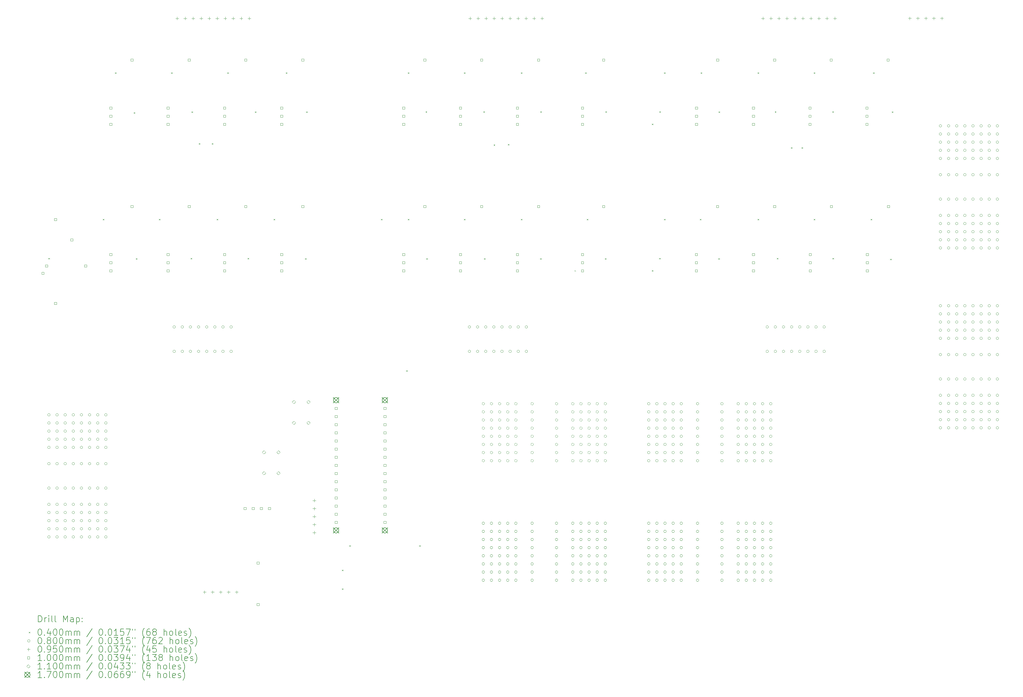
<source format=gbr>
%FSLAX45Y45*%
G04 Gerber Fmt 4.5, Leading zero omitted, Abs format (unit mm)*
G04 Created by KiCad (PCBNEW (5.99.0-12218-g749d2d5987)) date 2021-09-14 22:46:10*
%MOMM*%
%LPD*%
G01*
G04 APERTURE LIST*
%ADD10C,0.200000*%
%ADD11C,0.040000*%
%ADD12C,0.080000*%
%ADD13C,0.095000*%
%ADD14C,0.100000*%
%ADD15C,0.110000*%
%ADD16C,0.170000*%
G04 APERTURE END LIST*
D10*
D11*
X564200Y11043600D02*
X604200Y11003600D01*
X604200Y11043600D02*
X564200Y11003600D01*
X2266000Y12262800D02*
X2306000Y12222800D01*
X2306000Y12262800D02*
X2266000Y12222800D01*
X2647000Y16834800D02*
X2687000Y16794800D01*
X2687000Y16834800D02*
X2647000Y16794800D01*
X3231200Y15590200D02*
X3271200Y15550200D01*
X3271200Y15590200D02*
X3231200Y15550200D01*
X3296851Y11033051D02*
X3336851Y10993051D01*
X3336851Y11033051D02*
X3296851Y10993051D01*
X4018600Y12262800D02*
X4058600Y12222800D01*
X4058600Y12262800D02*
X4018600Y12222800D01*
X4399600Y16834800D02*
X4439600Y16794800D01*
X4439600Y16834800D02*
X4399600Y16794800D01*
X5009200Y11043600D02*
X5049200Y11003600D01*
X5049200Y11043600D02*
X5009200Y11003600D01*
X5034600Y15615600D02*
X5074600Y15575600D01*
X5074600Y15615600D02*
X5034600Y15575600D01*
X5263200Y14625000D02*
X5303200Y14585000D01*
X5303200Y14625000D02*
X5263200Y14585000D01*
X5669600Y14625000D02*
X5709600Y14585000D01*
X5709600Y14625000D02*
X5669600Y14585000D01*
X5822000Y12262800D02*
X5862000Y12222800D01*
X5862000Y12262800D02*
X5822000Y12222800D01*
X6152200Y16834800D02*
X6192200Y16794800D01*
X6192200Y16834800D02*
X6152200Y16794800D01*
X6787200Y11043600D02*
X6827200Y11003600D01*
X6827200Y11043600D02*
X6787200Y11003600D01*
X7015800Y15615600D02*
X7055800Y15575600D01*
X7055800Y15615600D02*
X7015800Y15575600D01*
X7600000Y12262800D02*
X7640000Y12222800D01*
X7640000Y12262800D02*
X7600000Y12222800D01*
X7981000Y16834800D02*
X8021000Y16794800D01*
X8021000Y16834800D02*
X7981000Y16794800D01*
X8580051Y11033051D02*
X8620051Y10993051D01*
X8620051Y11033051D02*
X8580051Y10993051D01*
X8616000Y15615600D02*
X8656000Y15575600D01*
X8656000Y15615600D02*
X8616000Y15575600D01*
X9733600Y1315400D02*
X9773600Y1275400D01*
X9773600Y1315400D02*
X9733600Y1275400D01*
X9733600Y731200D02*
X9773600Y691200D01*
X9773600Y731200D02*
X9733600Y691200D01*
X9962200Y2077400D02*
X10002200Y2037400D01*
X10002200Y2077400D02*
X9962200Y2037400D01*
X10952800Y12262800D02*
X10992800Y12222800D01*
X10992800Y12262800D02*
X10952800Y12222800D01*
X11740200Y7538400D02*
X11780200Y7498400D01*
X11780200Y7538400D02*
X11740200Y7498400D01*
X11791000Y16834800D02*
X11831000Y16794800D01*
X11831000Y16834800D02*
X11791000Y16794800D01*
X11791000Y12262800D02*
X11831000Y12222800D01*
X11831000Y12262800D02*
X11791000Y12222800D01*
X12146600Y2077400D02*
X12186600Y2037400D01*
X12186600Y2077400D02*
X12146600Y2037400D01*
X12345469Y15619931D02*
X12385469Y15579931D01*
X12385469Y15619931D02*
X12345469Y15579931D01*
X12365651Y11034051D02*
X12405651Y10994051D01*
X12405651Y11034051D02*
X12365651Y10994051D01*
X13543600Y16834800D02*
X13583600Y16794800D01*
X13583600Y16834800D02*
X13543600Y16794800D01*
X13543600Y12262800D02*
X13583600Y12222800D01*
X13583600Y12262800D02*
X13543600Y12222800D01*
X14148869Y15619931D02*
X14188869Y15579931D01*
X14188869Y15619931D02*
X14148869Y15579931D01*
X14169051Y11034051D02*
X14209051Y10994051D01*
X14209051Y11034051D02*
X14169051Y10994051D01*
X14470700Y14586900D02*
X14510700Y14546900D01*
X14510700Y14586900D02*
X14470700Y14546900D01*
X14915200Y14599600D02*
X14955200Y14559600D01*
X14955200Y14599600D02*
X14915200Y14559600D01*
X15321600Y16834800D02*
X15361600Y16794800D01*
X15361600Y16834800D02*
X15321600Y16794800D01*
X15321600Y12262800D02*
X15361600Y12222800D01*
X15361600Y12262800D02*
X15321600Y12222800D01*
X15921651Y11034051D02*
X15961651Y10994051D01*
X15961651Y11034051D02*
X15921651Y10994051D01*
X15926869Y15619931D02*
X15966869Y15579931D01*
X15966869Y15619931D02*
X15926869Y15579931D01*
X16992920Y10662600D02*
X17032920Y10622600D01*
X17032920Y10662600D02*
X16992920Y10622600D01*
X17328200Y16834800D02*
X17368200Y16794800D01*
X17368200Y16834800D02*
X17328200Y16794800D01*
X17379000Y12262800D02*
X17419000Y12222800D01*
X17419000Y12262800D02*
X17379000Y12222800D01*
X17947349Y11034051D02*
X17987349Y10994051D01*
X17987349Y11034051D02*
X17947349Y10994051D01*
X17958869Y15619931D02*
X17998869Y15579931D01*
X17998869Y15619931D02*
X17958869Y15579931D01*
X19411000Y15234600D02*
X19451000Y15194600D01*
X19451000Y15234600D02*
X19411000Y15194600D01*
X19411000Y10662600D02*
X19451000Y10622600D01*
X19451000Y10662600D02*
X19411000Y10622600D01*
X19639600Y11043600D02*
X19679600Y11003600D01*
X19679600Y11043600D02*
X19639600Y11003600D01*
X19643931Y15619931D02*
X19683931Y15579931D01*
X19683931Y15619931D02*
X19643931Y15579931D01*
X19792000Y16834800D02*
X19832000Y16794800D01*
X19832000Y16834800D02*
X19792000Y16794800D01*
X19792000Y12262800D02*
X19832000Y12222800D01*
X19832000Y12262800D02*
X19792000Y12222800D01*
X20909600Y12262800D02*
X20949600Y12222800D01*
X20949600Y12262800D02*
X20909600Y12222800D01*
X20935000Y16834800D02*
X20975000Y16794800D01*
X20975000Y16834800D02*
X20935000Y16794800D01*
X21484251Y11034051D02*
X21524251Y10994051D01*
X21524251Y11034051D02*
X21484251Y10994051D01*
X21493800Y15615600D02*
X21533800Y15575600D01*
X21533800Y15615600D02*
X21493800Y15575600D01*
X22713000Y16834800D02*
X22753000Y16794800D01*
X22753000Y16834800D02*
X22713000Y16794800D01*
X22713000Y12262800D02*
X22753000Y12222800D01*
X22753000Y12262800D02*
X22713000Y12222800D01*
X23250731Y15619931D02*
X23290731Y15579931D01*
X23290731Y15619931D02*
X23250731Y15579931D01*
X23313051Y11043600D02*
X23353051Y11003600D01*
X23353051Y11043600D02*
X23313051Y11003600D01*
X23754400Y14498000D02*
X23794400Y14458000D01*
X23794400Y14498000D02*
X23754400Y14458000D01*
X24084600Y14498000D02*
X24124600Y14458000D01*
X24124600Y14498000D02*
X24084600Y14458000D01*
X24465600Y16834800D02*
X24505600Y16794800D01*
X24505600Y16834800D02*
X24465600Y16794800D01*
X24465600Y12262800D02*
X24505600Y12222800D01*
X24505600Y12262800D02*
X24465600Y12222800D01*
X25045469Y15619931D02*
X25085469Y15579931D01*
X25085469Y15619931D02*
X25045469Y15579931D01*
X25049800Y11043600D02*
X25089800Y11003600D01*
X25089800Y11043600D02*
X25049800Y11003600D01*
X26243600Y12262800D02*
X26283600Y12222800D01*
X26283600Y12262800D02*
X26243600Y12222800D01*
X26319800Y16834800D02*
X26359800Y16794800D01*
X26359800Y16834800D02*
X26319800Y16794800D01*
X26853200Y11018200D02*
X26893200Y10978200D01*
X26893200Y11018200D02*
X26853200Y10978200D01*
X26904000Y15615600D02*
X26944000Y15575600D01*
X26944000Y15615600D02*
X26904000Y15575600D01*
D12*
X623200Y6146800D02*
G75*
G03*
X623200Y6146800I-40000J0D01*
G01*
X623200Y5892800D02*
G75*
G03*
X623200Y5892800I-40000J0D01*
G01*
X623200Y5638800D02*
G75*
G03*
X623200Y5638800I-40000J0D01*
G01*
X623200Y5384800D02*
G75*
G03*
X623200Y5384800I-40000J0D01*
G01*
X623200Y5130800D02*
G75*
G03*
X623200Y5130800I-40000J0D01*
G01*
X623200Y4622800D02*
G75*
G03*
X623200Y4622800I-40000J0D01*
G01*
X623200Y3860800D02*
G75*
G03*
X623200Y3860800I-40000J0D01*
G01*
X623200Y3352800D02*
G75*
G03*
X623200Y3352800I-40000J0D01*
G01*
X623200Y3098800D02*
G75*
G03*
X623200Y3098800I-40000J0D01*
G01*
X623200Y2844800D02*
G75*
G03*
X623200Y2844800I-40000J0D01*
G01*
X623200Y2590800D02*
G75*
G03*
X623200Y2590800I-40000J0D01*
G01*
X623200Y2336800D02*
G75*
G03*
X623200Y2336800I-40000J0D01*
G01*
X877200Y6146800D02*
G75*
G03*
X877200Y6146800I-40000J0D01*
G01*
X877200Y6146800D02*
G75*
G03*
X877200Y6146800I-40000J0D01*
G01*
X877200Y5892800D02*
G75*
G03*
X877200Y5892800I-40000J0D01*
G01*
X877200Y5892800D02*
G75*
G03*
X877200Y5892800I-40000J0D01*
G01*
X877200Y5638800D02*
G75*
G03*
X877200Y5638800I-40000J0D01*
G01*
X877200Y5638800D02*
G75*
G03*
X877200Y5638800I-40000J0D01*
G01*
X877200Y5384800D02*
G75*
G03*
X877200Y5384800I-40000J0D01*
G01*
X877200Y5384800D02*
G75*
G03*
X877200Y5384800I-40000J0D01*
G01*
X877200Y5130800D02*
G75*
G03*
X877200Y5130800I-40000J0D01*
G01*
X877200Y5130800D02*
G75*
G03*
X877200Y5130800I-40000J0D01*
G01*
X877200Y4622800D02*
G75*
G03*
X877200Y4622800I-40000J0D01*
G01*
X877200Y3860800D02*
G75*
G03*
X877200Y3860800I-40000J0D01*
G01*
X877200Y3352800D02*
G75*
G03*
X877200Y3352800I-40000J0D01*
G01*
X877200Y3098800D02*
G75*
G03*
X877200Y3098800I-40000J0D01*
G01*
X877200Y2844800D02*
G75*
G03*
X877200Y2844800I-40000J0D01*
G01*
X877200Y2590800D02*
G75*
G03*
X877200Y2590800I-40000J0D01*
G01*
X877200Y2336800D02*
G75*
G03*
X877200Y2336800I-40000J0D01*
G01*
X1131200Y6146800D02*
G75*
G03*
X1131200Y6146800I-40000J0D01*
G01*
X1131200Y5892800D02*
G75*
G03*
X1131200Y5892800I-40000J0D01*
G01*
X1131200Y5638800D02*
G75*
G03*
X1131200Y5638800I-40000J0D01*
G01*
X1131200Y5384800D02*
G75*
G03*
X1131200Y5384800I-40000J0D01*
G01*
X1131200Y5130800D02*
G75*
G03*
X1131200Y5130800I-40000J0D01*
G01*
X1131200Y5130800D02*
G75*
G03*
X1131200Y5130800I-40000J0D01*
G01*
X1131200Y4622800D02*
G75*
G03*
X1131200Y4622800I-40000J0D01*
G01*
X1131200Y3860800D02*
G75*
G03*
X1131200Y3860800I-40000J0D01*
G01*
X1131200Y3352800D02*
G75*
G03*
X1131200Y3352800I-40000J0D01*
G01*
X1131200Y3098800D02*
G75*
G03*
X1131200Y3098800I-40000J0D01*
G01*
X1131200Y2844800D02*
G75*
G03*
X1131200Y2844800I-40000J0D01*
G01*
X1131200Y2590800D02*
G75*
G03*
X1131200Y2590800I-40000J0D01*
G01*
X1131200Y2336800D02*
G75*
G03*
X1131200Y2336800I-40000J0D01*
G01*
X1385200Y6146800D02*
G75*
G03*
X1385200Y6146800I-40000J0D01*
G01*
X1385200Y5892800D02*
G75*
G03*
X1385200Y5892800I-40000J0D01*
G01*
X1385200Y5638800D02*
G75*
G03*
X1385200Y5638800I-40000J0D01*
G01*
X1385200Y5384800D02*
G75*
G03*
X1385200Y5384800I-40000J0D01*
G01*
X1385200Y5130800D02*
G75*
G03*
X1385200Y5130800I-40000J0D01*
G01*
X1385200Y4622800D02*
G75*
G03*
X1385200Y4622800I-40000J0D01*
G01*
X1385200Y3860800D02*
G75*
G03*
X1385200Y3860800I-40000J0D01*
G01*
X1385200Y3352800D02*
G75*
G03*
X1385200Y3352800I-40000J0D01*
G01*
X1385200Y3098800D02*
G75*
G03*
X1385200Y3098800I-40000J0D01*
G01*
X1385200Y2844800D02*
G75*
G03*
X1385200Y2844800I-40000J0D01*
G01*
X1385200Y2590800D02*
G75*
G03*
X1385200Y2590800I-40000J0D01*
G01*
X1385200Y2336800D02*
G75*
G03*
X1385200Y2336800I-40000J0D01*
G01*
X1639200Y6146800D02*
G75*
G03*
X1639200Y6146800I-40000J0D01*
G01*
X1639200Y5892800D02*
G75*
G03*
X1639200Y5892800I-40000J0D01*
G01*
X1639200Y5638800D02*
G75*
G03*
X1639200Y5638800I-40000J0D01*
G01*
X1639200Y5384800D02*
G75*
G03*
X1639200Y5384800I-40000J0D01*
G01*
X1639200Y5130800D02*
G75*
G03*
X1639200Y5130800I-40000J0D01*
G01*
X1639200Y4622800D02*
G75*
G03*
X1639200Y4622800I-40000J0D01*
G01*
X1639200Y3860800D02*
G75*
G03*
X1639200Y3860800I-40000J0D01*
G01*
X1639200Y3352800D02*
G75*
G03*
X1639200Y3352800I-40000J0D01*
G01*
X1639200Y3098800D02*
G75*
G03*
X1639200Y3098800I-40000J0D01*
G01*
X1639200Y2844800D02*
G75*
G03*
X1639200Y2844800I-40000J0D01*
G01*
X1639200Y2590800D02*
G75*
G03*
X1639200Y2590800I-40000J0D01*
G01*
X1639200Y2336800D02*
G75*
G03*
X1639200Y2336800I-40000J0D01*
G01*
X1893200Y6146800D02*
G75*
G03*
X1893200Y6146800I-40000J0D01*
G01*
X1893200Y5892800D02*
G75*
G03*
X1893200Y5892800I-40000J0D01*
G01*
X1893200Y5638800D02*
G75*
G03*
X1893200Y5638800I-40000J0D01*
G01*
X1893200Y5384800D02*
G75*
G03*
X1893200Y5384800I-40000J0D01*
G01*
X1893200Y5130800D02*
G75*
G03*
X1893200Y5130800I-40000J0D01*
G01*
X1893200Y4622800D02*
G75*
G03*
X1893200Y4622800I-40000J0D01*
G01*
X1893200Y3860800D02*
G75*
G03*
X1893200Y3860800I-40000J0D01*
G01*
X1893200Y3352800D02*
G75*
G03*
X1893200Y3352800I-40000J0D01*
G01*
X1893200Y3098800D02*
G75*
G03*
X1893200Y3098800I-40000J0D01*
G01*
X1893200Y2844800D02*
G75*
G03*
X1893200Y2844800I-40000J0D01*
G01*
X1893200Y2590800D02*
G75*
G03*
X1893200Y2590800I-40000J0D01*
G01*
X1893200Y2336800D02*
G75*
G03*
X1893200Y2336800I-40000J0D01*
G01*
X2147200Y6146800D02*
G75*
G03*
X2147200Y6146800I-40000J0D01*
G01*
X2147200Y5892800D02*
G75*
G03*
X2147200Y5892800I-40000J0D01*
G01*
X2147200Y5638800D02*
G75*
G03*
X2147200Y5638800I-40000J0D01*
G01*
X2147200Y5384800D02*
G75*
G03*
X2147200Y5384800I-40000J0D01*
G01*
X2147200Y5130800D02*
G75*
G03*
X2147200Y5130800I-40000J0D01*
G01*
X2147200Y4622800D02*
G75*
G03*
X2147200Y4622800I-40000J0D01*
G01*
X2147200Y3860800D02*
G75*
G03*
X2147200Y3860800I-40000J0D01*
G01*
X2147200Y3352800D02*
G75*
G03*
X2147200Y3352800I-40000J0D01*
G01*
X2147200Y3098800D02*
G75*
G03*
X2147200Y3098800I-40000J0D01*
G01*
X2147200Y2844800D02*
G75*
G03*
X2147200Y2844800I-40000J0D01*
G01*
X2147200Y2590800D02*
G75*
G03*
X2147200Y2590800I-40000J0D01*
G01*
X2147200Y2336800D02*
G75*
G03*
X2147200Y2336800I-40000J0D01*
G01*
X2401200Y6146800D02*
G75*
G03*
X2401200Y6146800I-40000J0D01*
G01*
X2401200Y5892800D02*
G75*
G03*
X2401200Y5892800I-40000J0D01*
G01*
X2401200Y5638800D02*
G75*
G03*
X2401200Y5638800I-40000J0D01*
G01*
X2401200Y5384800D02*
G75*
G03*
X2401200Y5384800I-40000J0D01*
G01*
X2401200Y5130800D02*
G75*
G03*
X2401200Y5130800I-40000J0D01*
G01*
X2401200Y4622800D02*
G75*
G03*
X2401200Y4622800I-40000J0D01*
G01*
X2401200Y3860800D02*
G75*
G03*
X2401200Y3860800I-40000J0D01*
G01*
X2401200Y3352800D02*
G75*
G03*
X2401200Y3352800I-40000J0D01*
G01*
X2401200Y3098800D02*
G75*
G03*
X2401200Y3098800I-40000J0D01*
G01*
X2401200Y2844800D02*
G75*
G03*
X2401200Y2844800I-40000J0D01*
G01*
X2401200Y2590800D02*
G75*
G03*
X2401200Y2590800I-40000J0D01*
G01*
X2401200Y2336800D02*
G75*
G03*
X2401200Y2336800I-40000J0D01*
G01*
X4534800Y8889000D02*
G75*
G03*
X4534800Y8889000I-40000J0D01*
G01*
X4534800Y8127000D02*
G75*
G03*
X4534800Y8127000I-40000J0D01*
G01*
X4788800Y8889000D02*
G75*
G03*
X4788800Y8889000I-40000J0D01*
G01*
X4788800Y8127000D02*
G75*
G03*
X4788800Y8127000I-40000J0D01*
G01*
X5042800Y8889000D02*
G75*
G03*
X5042800Y8889000I-40000J0D01*
G01*
X5042800Y8127000D02*
G75*
G03*
X5042800Y8127000I-40000J0D01*
G01*
X5296800Y8889000D02*
G75*
G03*
X5296800Y8889000I-40000J0D01*
G01*
X5296800Y8127000D02*
G75*
G03*
X5296800Y8127000I-40000J0D01*
G01*
X5550800Y8889000D02*
G75*
G03*
X5550800Y8889000I-40000J0D01*
G01*
X5550800Y8127000D02*
G75*
G03*
X5550800Y8127000I-40000J0D01*
G01*
X5804800Y8889000D02*
G75*
G03*
X5804800Y8889000I-40000J0D01*
G01*
X5804800Y8127000D02*
G75*
G03*
X5804800Y8127000I-40000J0D01*
G01*
X6058800Y8889000D02*
G75*
G03*
X6058800Y8889000I-40000J0D01*
G01*
X6058800Y8127000D02*
G75*
G03*
X6058800Y8127000I-40000J0D01*
G01*
X6312800Y8889000D02*
G75*
G03*
X6312800Y8889000I-40000J0D01*
G01*
X6312800Y8127000D02*
G75*
G03*
X6312800Y8127000I-40000J0D01*
G01*
X13755000Y8889000D02*
G75*
G03*
X13755000Y8889000I-40000J0D01*
G01*
X13755000Y8127000D02*
G75*
G03*
X13755000Y8127000I-40000J0D01*
G01*
X14009000Y8889000D02*
G75*
G03*
X14009000Y8889000I-40000J0D01*
G01*
X14009000Y8127000D02*
G75*
G03*
X14009000Y8127000I-40000J0D01*
G01*
X14187800Y6492800D02*
G75*
G03*
X14187800Y6492800I-40000J0D01*
G01*
X14187800Y6238800D02*
G75*
G03*
X14187800Y6238800I-40000J0D01*
G01*
X14187800Y5984800D02*
G75*
G03*
X14187800Y5984800I-40000J0D01*
G01*
X14187800Y5730800D02*
G75*
G03*
X14187800Y5730800I-40000J0D01*
G01*
X14187800Y5476800D02*
G75*
G03*
X14187800Y5476800I-40000J0D01*
G01*
X14187800Y5222800D02*
G75*
G03*
X14187800Y5222800I-40000J0D01*
G01*
X14187800Y4968800D02*
G75*
G03*
X14187800Y4968800I-40000J0D01*
G01*
X14187800Y4714800D02*
G75*
G03*
X14187800Y4714800I-40000J0D01*
G01*
X14187800Y2763800D02*
G75*
G03*
X14187800Y2763800I-40000J0D01*
G01*
X14187800Y2509800D02*
G75*
G03*
X14187800Y2509800I-40000J0D01*
G01*
X14187800Y2255800D02*
G75*
G03*
X14187800Y2255800I-40000J0D01*
G01*
X14187800Y2001800D02*
G75*
G03*
X14187800Y2001800I-40000J0D01*
G01*
X14187800Y1747800D02*
G75*
G03*
X14187800Y1747800I-40000J0D01*
G01*
X14187800Y1493800D02*
G75*
G03*
X14187800Y1493800I-40000J0D01*
G01*
X14187800Y1239800D02*
G75*
G03*
X14187800Y1239800I-40000J0D01*
G01*
X14187800Y985800D02*
G75*
G03*
X14187800Y985800I-40000J0D01*
G01*
X14263000Y8889000D02*
G75*
G03*
X14263000Y8889000I-40000J0D01*
G01*
X14263000Y8127000D02*
G75*
G03*
X14263000Y8127000I-40000J0D01*
G01*
X14441800Y6492800D02*
G75*
G03*
X14441800Y6492800I-40000J0D01*
G01*
X14441800Y6238800D02*
G75*
G03*
X14441800Y6238800I-40000J0D01*
G01*
X14441800Y5984800D02*
G75*
G03*
X14441800Y5984800I-40000J0D01*
G01*
X14441800Y5730800D02*
G75*
G03*
X14441800Y5730800I-40000J0D01*
G01*
X14441800Y5476800D02*
G75*
G03*
X14441800Y5476800I-40000J0D01*
G01*
X14441800Y5222800D02*
G75*
G03*
X14441800Y5222800I-40000J0D01*
G01*
X14441800Y4968800D02*
G75*
G03*
X14441800Y4968800I-40000J0D01*
G01*
X14441800Y4714800D02*
G75*
G03*
X14441800Y4714800I-40000J0D01*
G01*
X14441800Y2763800D02*
G75*
G03*
X14441800Y2763800I-40000J0D01*
G01*
X14441800Y2509800D02*
G75*
G03*
X14441800Y2509800I-40000J0D01*
G01*
X14441800Y2255800D02*
G75*
G03*
X14441800Y2255800I-40000J0D01*
G01*
X14441800Y2001800D02*
G75*
G03*
X14441800Y2001800I-40000J0D01*
G01*
X14441800Y1747800D02*
G75*
G03*
X14441800Y1747800I-40000J0D01*
G01*
X14441800Y1493800D02*
G75*
G03*
X14441800Y1493800I-40000J0D01*
G01*
X14441800Y1239800D02*
G75*
G03*
X14441800Y1239800I-40000J0D01*
G01*
X14441800Y985800D02*
G75*
G03*
X14441800Y985800I-40000J0D01*
G01*
X14517000Y8889000D02*
G75*
G03*
X14517000Y8889000I-40000J0D01*
G01*
X14517000Y8127000D02*
G75*
G03*
X14517000Y8127000I-40000J0D01*
G01*
X14695800Y6492800D02*
G75*
G03*
X14695800Y6492800I-40000J0D01*
G01*
X14695800Y6238800D02*
G75*
G03*
X14695800Y6238800I-40000J0D01*
G01*
X14695800Y5984800D02*
G75*
G03*
X14695800Y5984800I-40000J0D01*
G01*
X14695800Y5730800D02*
G75*
G03*
X14695800Y5730800I-40000J0D01*
G01*
X14695800Y5476800D02*
G75*
G03*
X14695800Y5476800I-40000J0D01*
G01*
X14695800Y5222800D02*
G75*
G03*
X14695800Y5222800I-40000J0D01*
G01*
X14695800Y4968800D02*
G75*
G03*
X14695800Y4968800I-40000J0D01*
G01*
X14695800Y4714800D02*
G75*
G03*
X14695800Y4714800I-40000J0D01*
G01*
X14695800Y2763800D02*
G75*
G03*
X14695800Y2763800I-40000J0D01*
G01*
X14695800Y2509800D02*
G75*
G03*
X14695800Y2509800I-40000J0D01*
G01*
X14695800Y2255800D02*
G75*
G03*
X14695800Y2255800I-40000J0D01*
G01*
X14695800Y2001800D02*
G75*
G03*
X14695800Y2001800I-40000J0D01*
G01*
X14695800Y1747800D02*
G75*
G03*
X14695800Y1747800I-40000J0D01*
G01*
X14695800Y1493800D02*
G75*
G03*
X14695800Y1493800I-40000J0D01*
G01*
X14695800Y1239800D02*
G75*
G03*
X14695800Y1239800I-40000J0D01*
G01*
X14695800Y985800D02*
G75*
G03*
X14695800Y985800I-40000J0D01*
G01*
X14771000Y8889000D02*
G75*
G03*
X14771000Y8889000I-40000J0D01*
G01*
X14771000Y8127000D02*
G75*
G03*
X14771000Y8127000I-40000J0D01*
G01*
X14949800Y6492800D02*
G75*
G03*
X14949800Y6492800I-40000J0D01*
G01*
X14949800Y6238800D02*
G75*
G03*
X14949800Y6238800I-40000J0D01*
G01*
X14949800Y5984800D02*
G75*
G03*
X14949800Y5984800I-40000J0D01*
G01*
X14949800Y5730800D02*
G75*
G03*
X14949800Y5730800I-40000J0D01*
G01*
X14949800Y5476800D02*
G75*
G03*
X14949800Y5476800I-40000J0D01*
G01*
X14949800Y5222800D02*
G75*
G03*
X14949800Y5222800I-40000J0D01*
G01*
X14949800Y4968800D02*
G75*
G03*
X14949800Y4968800I-40000J0D01*
G01*
X14949800Y4714800D02*
G75*
G03*
X14949800Y4714800I-40000J0D01*
G01*
X14949800Y2763800D02*
G75*
G03*
X14949800Y2763800I-40000J0D01*
G01*
X14949800Y2509800D02*
G75*
G03*
X14949800Y2509800I-40000J0D01*
G01*
X14949800Y2255800D02*
G75*
G03*
X14949800Y2255800I-40000J0D01*
G01*
X14949800Y2001800D02*
G75*
G03*
X14949800Y2001800I-40000J0D01*
G01*
X14949800Y1747800D02*
G75*
G03*
X14949800Y1747800I-40000J0D01*
G01*
X14949800Y1493800D02*
G75*
G03*
X14949800Y1493800I-40000J0D01*
G01*
X14949800Y1239800D02*
G75*
G03*
X14949800Y1239800I-40000J0D01*
G01*
X14949800Y985800D02*
G75*
G03*
X14949800Y985800I-40000J0D01*
G01*
X15025000Y8889000D02*
G75*
G03*
X15025000Y8889000I-40000J0D01*
G01*
X15025000Y8127000D02*
G75*
G03*
X15025000Y8127000I-40000J0D01*
G01*
X15203800Y6492800D02*
G75*
G03*
X15203800Y6492800I-40000J0D01*
G01*
X15203800Y6238800D02*
G75*
G03*
X15203800Y6238800I-40000J0D01*
G01*
X15203800Y5984800D02*
G75*
G03*
X15203800Y5984800I-40000J0D01*
G01*
X15203800Y5730800D02*
G75*
G03*
X15203800Y5730800I-40000J0D01*
G01*
X15203800Y5476800D02*
G75*
G03*
X15203800Y5476800I-40000J0D01*
G01*
X15203800Y5222800D02*
G75*
G03*
X15203800Y5222800I-40000J0D01*
G01*
X15203800Y4968800D02*
G75*
G03*
X15203800Y4968800I-40000J0D01*
G01*
X15203800Y4714800D02*
G75*
G03*
X15203800Y4714800I-40000J0D01*
G01*
X15203800Y2763800D02*
G75*
G03*
X15203800Y2763800I-40000J0D01*
G01*
X15203800Y2509800D02*
G75*
G03*
X15203800Y2509800I-40000J0D01*
G01*
X15203800Y2255800D02*
G75*
G03*
X15203800Y2255800I-40000J0D01*
G01*
X15203800Y2001800D02*
G75*
G03*
X15203800Y2001800I-40000J0D01*
G01*
X15203800Y1747800D02*
G75*
G03*
X15203800Y1747800I-40000J0D01*
G01*
X15203800Y1493800D02*
G75*
G03*
X15203800Y1493800I-40000J0D01*
G01*
X15203800Y1239800D02*
G75*
G03*
X15203800Y1239800I-40000J0D01*
G01*
X15203800Y985800D02*
G75*
G03*
X15203800Y985800I-40000J0D01*
G01*
X15279000Y8889000D02*
G75*
G03*
X15279000Y8889000I-40000J0D01*
G01*
X15279000Y8127000D02*
G75*
G03*
X15279000Y8127000I-40000J0D01*
G01*
X15533000Y8889000D02*
G75*
G03*
X15533000Y8889000I-40000J0D01*
G01*
X15533000Y8127000D02*
G75*
G03*
X15533000Y8127000I-40000J0D01*
G01*
X15711800Y6492800D02*
G75*
G03*
X15711800Y6492800I-40000J0D01*
G01*
X15711800Y6238800D02*
G75*
G03*
X15711800Y6238800I-40000J0D01*
G01*
X15711800Y5984800D02*
G75*
G03*
X15711800Y5984800I-40000J0D01*
G01*
X15711800Y5730800D02*
G75*
G03*
X15711800Y5730800I-40000J0D01*
G01*
X15711800Y5476800D02*
G75*
G03*
X15711800Y5476800I-40000J0D01*
G01*
X15711800Y5222800D02*
G75*
G03*
X15711800Y5222800I-40000J0D01*
G01*
X15711800Y4968800D02*
G75*
G03*
X15711800Y4968800I-40000J0D01*
G01*
X15711800Y4714800D02*
G75*
G03*
X15711800Y4714800I-40000J0D01*
G01*
X15711800Y2763800D02*
G75*
G03*
X15711800Y2763800I-40000J0D01*
G01*
X15711800Y2509800D02*
G75*
G03*
X15711800Y2509800I-40000J0D01*
G01*
X15711800Y2255800D02*
G75*
G03*
X15711800Y2255800I-40000J0D01*
G01*
X15711800Y2001800D02*
G75*
G03*
X15711800Y2001800I-40000J0D01*
G01*
X15711800Y1747800D02*
G75*
G03*
X15711800Y1747800I-40000J0D01*
G01*
X15711800Y1493800D02*
G75*
G03*
X15711800Y1493800I-40000J0D01*
G01*
X15711800Y1239800D02*
G75*
G03*
X15711800Y1239800I-40000J0D01*
G01*
X15711800Y985800D02*
G75*
G03*
X15711800Y985800I-40000J0D01*
G01*
X16473800Y6492800D02*
G75*
G03*
X16473800Y6492800I-40000J0D01*
G01*
X16473800Y6238800D02*
G75*
G03*
X16473800Y6238800I-40000J0D01*
G01*
X16473800Y5984800D02*
G75*
G03*
X16473800Y5984800I-40000J0D01*
G01*
X16473800Y5730800D02*
G75*
G03*
X16473800Y5730800I-40000J0D01*
G01*
X16473800Y5476800D02*
G75*
G03*
X16473800Y5476800I-40000J0D01*
G01*
X16473800Y5222800D02*
G75*
G03*
X16473800Y5222800I-40000J0D01*
G01*
X16473800Y4968800D02*
G75*
G03*
X16473800Y4968800I-40000J0D01*
G01*
X16473800Y4714800D02*
G75*
G03*
X16473800Y4714800I-40000J0D01*
G01*
X16473800Y2763800D02*
G75*
G03*
X16473800Y2763800I-40000J0D01*
G01*
X16473800Y2509800D02*
G75*
G03*
X16473800Y2509800I-40000J0D01*
G01*
X16473800Y2255800D02*
G75*
G03*
X16473800Y2255800I-40000J0D01*
G01*
X16473800Y2001800D02*
G75*
G03*
X16473800Y2001800I-40000J0D01*
G01*
X16473800Y1747800D02*
G75*
G03*
X16473800Y1747800I-40000J0D01*
G01*
X16473800Y1493800D02*
G75*
G03*
X16473800Y1493800I-40000J0D01*
G01*
X16473800Y1239800D02*
G75*
G03*
X16473800Y1239800I-40000J0D01*
G01*
X16473800Y985800D02*
G75*
G03*
X16473800Y985800I-40000J0D01*
G01*
X16981800Y6492800D02*
G75*
G03*
X16981800Y6492800I-40000J0D01*
G01*
X16981800Y6238800D02*
G75*
G03*
X16981800Y6238800I-40000J0D01*
G01*
X16981800Y6238800D02*
G75*
G03*
X16981800Y6238800I-40000J0D01*
G01*
X16981800Y5984800D02*
G75*
G03*
X16981800Y5984800I-40000J0D01*
G01*
X16981800Y5984800D02*
G75*
G03*
X16981800Y5984800I-40000J0D01*
G01*
X16981800Y5730800D02*
G75*
G03*
X16981800Y5730800I-40000J0D01*
G01*
X16981800Y5476800D02*
G75*
G03*
X16981800Y5476800I-40000J0D01*
G01*
X16981800Y5222800D02*
G75*
G03*
X16981800Y5222800I-40000J0D01*
G01*
X16981800Y4968800D02*
G75*
G03*
X16981800Y4968800I-40000J0D01*
G01*
X16981800Y4714800D02*
G75*
G03*
X16981800Y4714800I-40000J0D01*
G01*
X16981800Y2763800D02*
G75*
G03*
X16981800Y2763800I-40000J0D01*
G01*
X16981800Y2509800D02*
G75*
G03*
X16981800Y2509800I-40000J0D01*
G01*
X16981800Y2509800D02*
G75*
G03*
X16981800Y2509800I-40000J0D01*
G01*
X16981800Y2255800D02*
G75*
G03*
X16981800Y2255800I-40000J0D01*
G01*
X16981800Y2255800D02*
G75*
G03*
X16981800Y2255800I-40000J0D01*
G01*
X16981800Y2001800D02*
G75*
G03*
X16981800Y2001800I-40000J0D01*
G01*
X16981800Y1747800D02*
G75*
G03*
X16981800Y1747800I-40000J0D01*
G01*
X16981800Y1493800D02*
G75*
G03*
X16981800Y1493800I-40000J0D01*
G01*
X16981800Y1239800D02*
G75*
G03*
X16981800Y1239800I-40000J0D01*
G01*
X16981800Y985800D02*
G75*
G03*
X16981800Y985800I-40000J0D01*
G01*
X17235800Y6492800D02*
G75*
G03*
X17235800Y6492800I-40000J0D01*
G01*
X17235800Y6238800D02*
G75*
G03*
X17235800Y6238800I-40000J0D01*
G01*
X17235800Y6238800D02*
G75*
G03*
X17235800Y6238800I-40000J0D01*
G01*
X17235800Y5984800D02*
G75*
G03*
X17235800Y5984800I-40000J0D01*
G01*
X17235800Y5730800D02*
G75*
G03*
X17235800Y5730800I-40000J0D01*
G01*
X17235800Y5476800D02*
G75*
G03*
X17235800Y5476800I-40000J0D01*
G01*
X17235800Y5222800D02*
G75*
G03*
X17235800Y5222800I-40000J0D01*
G01*
X17235800Y4968800D02*
G75*
G03*
X17235800Y4968800I-40000J0D01*
G01*
X17235800Y4714800D02*
G75*
G03*
X17235800Y4714800I-40000J0D01*
G01*
X17235800Y2763800D02*
G75*
G03*
X17235800Y2763800I-40000J0D01*
G01*
X17235800Y2509800D02*
G75*
G03*
X17235800Y2509800I-40000J0D01*
G01*
X17235800Y2509800D02*
G75*
G03*
X17235800Y2509800I-40000J0D01*
G01*
X17235800Y2255800D02*
G75*
G03*
X17235800Y2255800I-40000J0D01*
G01*
X17235800Y2001800D02*
G75*
G03*
X17235800Y2001800I-40000J0D01*
G01*
X17235800Y1747800D02*
G75*
G03*
X17235800Y1747800I-40000J0D01*
G01*
X17235800Y1493800D02*
G75*
G03*
X17235800Y1493800I-40000J0D01*
G01*
X17235800Y1239800D02*
G75*
G03*
X17235800Y1239800I-40000J0D01*
G01*
X17235800Y985800D02*
G75*
G03*
X17235800Y985800I-40000J0D01*
G01*
X17489800Y6492800D02*
G75*
G03*
X17489800Y6492800I-40000J0D01*
G01*
X17489800Y6238800D02*
G75*
G03*
X17489800Y6238800I-40000J0D01*
G01*
X17489800Y6238800D02*
G75*
G03*
X17489800Y6238800I-40000J0D01*
G01*
X17489800Y5984800D02*
G75*
G03*
X17489800Y5984800I-40000J0D01*
G01*
X17489800Y5730800D02*
G75*
G03*
X17489800Y5730800I-40000J0D01*
G01*
X17489800Y5476800D02*
G75*
G03*
X17489800Y5476800I-40000J0D01*
G01*
X17489800Y5222800D02*
G75*
G03*
X17489800Y5222800I-40000J0D01*
G01*
X17489800Y4968800D02*
G75*
G03*
X17489800Y4968800I-40000J0D01*
G01*
X17489800Y4714800D02*
G75*
G03*
X17489800Y4714800I-40000J0D01*
G01*
X17489800Y2763800D02*
G75*
G03*
X17489800Y2763800I-40000J0D01*
G01*
X17489800Y2509800D02*
G75*
G03*
X17489800Y2509800I-40000J0D01*
G01*
X17489800Y2509800D02*
G75*
G03*
X17489800Y2509800I-40000J0D01*
G01*
X17489800Y2255800D02*
G75*
G03*
X17489800Y2255800I-40000J0D01*
G01*
X17489800Y2001800D02*
G75*
G03*
X17489800Y2001800I-40000J0D01*
G01*
X17489800Y1747800D02*
G75*
G03*
X17489800Y1747800I-40000J0D01*
G01*
X17489800Y1493800D02*
G75*
G03*
X17489800Y1493800I-40000J0D01*
G01*
X17489800Y1239800D02*
G75*
G03*
X17489800Y1239800I-40000J0D01*
G01*
X17489800Y985800D02*
G75*
G03*
X17489800Y985800I-40000J0D01*
G01*
X17743800Y6492800D02*
G75*
G03*
X17743800Y6492800I-40000J0D01*
G01*
X17743800Y6238800D02*
G75*
G03*
X17743800Y6238800I-40000J0D01*
G01*
X17743800Y6238800D02*
G75*
G03*
X17743800Y6238800I-40000J0D01*
G01*
X17743800Y5984800D02*
G75*
G03*
X17743800Y5984800I-40000J0D01*
G01*
X17743800Y5730800D02*
G75*
G03*
X17743800Y5730800I-40000J0D01*
G01*
X17743800Y5476800D02*
G75*
G03*
X17743800Y5476800I-40000J0D01*
G01*
X17743800Y5222800D02*
G75*
G03*
X17743800Y5222800I-40000J0D01*
G01*
X17743800Y4968800D02*
G75*
G03*
X17743800Y4968800I-40000J0D01*
G01*
X17743800Y4714800D02*
G75*
G03*
X17743800Y4714800I-40000J0D01*
G01*
X17743800Y2763800D02*
G75*
G03*
X17743800Y2763800I-40000J0D01*
G01*
X17743800Y2509800D02*
G75*
G03*
X17743800Y2509800I-40000J0D01*
G01*
X17743800Y2509800D02*
G75*
G03*
X17743800Y2509800I-40000J0D01*
G01*
X17743800Y2255800D02*
G75*
G03*
X17743800Y2255800I-40000J0D01*
G01*
X17743800Y2001800D02*
G75*
G03*
X17743800Y2001800I-40000J0D01*
G01*
X17743800Y1747800D02*
G75*
G03*
X17743800Y1747800I-40000J0D01*
G01*
X17743800Y1493800D02*
G75*
G03*
X17743800Y1493800I-40000J0D01*
G01*
X17743800Y1239800D02*
G75*
G03*
X17743800Y1239800I-40000J0D01*
G01*
X17743800Y985800D02*
G75*
G03*
X17743800Y985800I-40000J0D01*
G01*
X17997800Y6492800D02*
G75*
G03*
X17997800Y6492800I-40000J0D01*
G01*
X17997800Y6238800D02*
G75*
G03*
X17997800Y6238800I-40000J0D01*
G01*
X17997800Y6238800D02*
G75*
G03*
X17997800Y6238800I-40000J0D01*
G01*
X17997800Y5984800D02*
G75*
G03*
X17997800Y5984800I-40000J0D01*
G01*
X17997800Y5730800D02*
G75*
G03*
X17997800Y5730800I-40000J0D01*
G01*
X17997800Y5476800D02*
G75*
G03*
X17997800Y5476800I-40000J0D01*
G01*
X17997800Y5222800D02*
G75*
G03*
X17997800Y5222800I-40000J0D01*
G01*
X17997800Y4968800D02*
G75*
G03*
X17997800Y4968800I-40000J0D01*
G01*
X17997800Y4714800D02*
G75*
G03*
X17997800Y4714800I-40000J0D01*
G01*
X17997800Y2763800D02*
G75*
G03*
X17997800Y2763800I-40000J0D01*
G01*
X17997800Y2509800D02*
G75*
G03*
X17997800Y2509800I-40000J0D01*
G01*
X17997800Y2509800D02*
G75*
G03*
X17997800Y2509800I-40000J0D01*
G01*
X17997800Y2255800D02*
G75*
G03*
X17997800Y2255800I-40000J0D01*
G01*
X17997800Y2001800D02*
G75*
G03*
X17997800Y2001800I-40000J0D01*
G01*
X17997800Y1747800D02*
G75*
G03*
X17997800Y1747800I-40000J0D01*
G01*
X17997800Y1493800D02*
G75*
G03*
X17997800Y1493800I-40000J0D01*
G01*
X17997800Y1239800D02*
G75*
G03*
X17997800Y1239800I-40000J0D01*
G01*
X17997800Y985800D02*
G75*
G03*
X17997800Y985800I-40000J0D01*
G01*
X19353800Y6492800D02*
G75*
G03*
X19353800Y6492800I-40000J0D01*
G01*
X19353800Y6238800D02*
G75*
G03*
X19353800Y6238800I-40000J0D01*
G01*
X19353800Y5984800D02*
G75*
G03*
X19353800Y5984800I-40000J0D01*
G01*
X19353800Y5730800D02*
G75*
G03*
X19353800Y5730800I-40000J0D01*
G01*
X19353800Y5476800D02*
G75*
G03*
X19353800Y5476800I-40000J0D01*
G01*
X19353800Y5222800D02*
G75*
G03*
X19353800Y5222800I-40000J0D01*
G01*
X19353800Y4968800D02*
G75*
G03*
X19353800Y4968800I-40000J0D01*
G01*
X19353800Y4714800D02*
G75*
G03*
X19353800Y4714800I-40000J0D01*
G01*
X19353800Y2763800D02*
G75*
G03*
X19353800Y2763800I-40000J0D01*
G01*
X19353800Y2509800D02*
G75*
G03*
X19353800Y2509800I-40000J0D01*
G01*
X19353800Y2255800D02*
G75*
G03*
X19353800Y2255800I-40000J0D01*
G01*
X19353800Y2001800D02*
G75*
G03*
X19353800Y2001800I-40000J0D01*
G01*
X19353800Y1747800D02*
G75*
G03*
X19353800Y1747800I-40000J0D01*
G01*
X19353800Y1493800D02*
G75*
G03*
X19353800Y1493800I-40000J0D01*
G01*
X19353800Y1239800D02*
G75*
G03*
X19353800Y1239800I-40000J0D01*
G01*
X19353800Y985800D02*
G75*
G03*
X19353800Y985800I-40000J0D01*
G01*
X19607800Y6492800D02*
G75*
G03*
X19607800Y6492800I-40000J0D01*
G01*
X19607800Y6238800D02*
G75*
G03*
X19607800Y6238800I-40000J0D01*
G01*
X19607800Y5984800D02*
G75*
G03*
X19607800Y5984800I-40000J0D01*
G01*
X19607800Y5730800D02*
G75*
G03*
X19607800Y5730800I-40000J0D01*
G01*
X19607800Y5476800D02*
G75*
G03*
X19607800Y5476800I-40000J0D01*
G01*
X19607800Y5222800D02*
G75*
G03*
X19607800Y5222800I-40000J0D01*
G01*
X19607800Y4968800D02*
G75*
G03*
X19607800Y4968800I-40000J0D01*
G01*
X19607800Y4714800D02*
G75*
G03*
X19607800Y4714800I-40000J0D01*
G01*
X19607800Y2763800D02*
G75*
G03*
X19607800Y2763800I-40000J0D01*
G01*
X19607800Y2509800D02*
G75*
G03*
X19607800Y2509800I-40000J0D01*
G01*
X19607800Y2255800D02*
G75*
G03*
X19607800Y2255800I-40000J0D01*
G01*
X19607800Y2001800D02*
G75*
G03*
X19607800Y2001800I-40000J0D01*
G01*
X19607800Y1747800D02*
G75*
G03*
X19607800Y1747800I-40000J0D01*
G01*
X19607800Y1493800D02*
G75*
G03*
X19607800Y1493800I-40000J0D01*
G01*
X19607800Y1239800D02*
G75*
G03*
X19607800Y1239800I-40000J0D01*
G01*
X19607800Y985800D02*
G75*
G03*
X19607800Y985800I-40000J0D01*
G01*
X19861800Y6492800D02*
G75*
G03*
X19861800Y6492800I-40000J0D01*
G01*
X19861800Y6238800D02*
G75*
G03*
X19861800Y6238800I-40000J0D01*
G01*
X19861800Y5984800D02*
G75*
G03*
X19861800Y5984800I-40000J0D01*
G01*
X19861800Y5730800D02*
G75*
G03*
X19861800Y5730800I-40000J0D01*
G01*
X19861800Y5476800D02*
G75*
G03*
X19861800Y5476800I-40000J0D01*
G01*
X19861800Y5222800D02*
G75*
G03*
X19861800Y5222800I-40000J0D01*
G01*
X19861800Y4968800D02*
G75*
G03*
X19861800Y4968800I-40000J0D01*
G01*
X19861800Y4714800D02*
G75*
G03*
X19861800Y4714800I-40000J0D01*
G01*
X19861800Y2763800D02*
G75*
G03*
X19861800Y2763800I-40000J0D01*
G01*
X19861800Y2509800D02*
G75*
G03*
X19861800Y2509800I-40000J0D01*
G01*
X19861800Y2255800D02*
G75*
G03*
X19861800Y2255800I-40000J0D01*
G01*
X19861800Y2001800D02*
G75*
G03*
X19861800Y2001800I-40000J0D01*
G01*
X19861800Y1747800D02*
G75*
G03*
X19861800Y1747800I-40000J0D01*
G01*
X19861800Y1493800D02*
G75*
G03*
X19861800Y1493800I-40000J0D01*
G01*
X19861800Y1239800D02*
G75*
G03*
X19861800Y1239800I-40000J0D01*
G01*
X19861800Y985800D02*
G75*
G03*
X19861800Y985800I-40000J0D01*
G01*
X20115800Y6492800D02*
G75*
G03*
X20115800Y6492800I-40000J0D01*
G01*
X20115800Y6238800D02*
G75*
G03*
X20115800Y6238800I-40000J0D01*
G01*
X20115800Y5984800D02*
G75*
G03*
X20115800Y5984800I-40000J0D01*
G01*
X20115800Y5730800D02*
G75*
G03*
X20115800Y5730800I-40000J0D01*
G01*
X20115800Y5476800D02*
G75*
G03*
X20115800Y5476800I-40000J0D01*
G01*
X20115800Y5222800D02*
G75*
G03*
X20115800Y5222800I-40000J0D01*
G01*
X20115800Y4968800D02*
G75*
G03*
X20115800Y4968800I-40000J0D01*
G01*
X20115800Y4714800D02*
G75*
G03*
X20115800Y4714800I-40000J0D01*
G01*
X20115800Y2763800D02*
G75*
G03*
X20115800Y2763800I-40000J0D01*
G01*
X20115800Y2509800D02*
G75*
G03*
X20115800Y2509800I-40000J0D01*
G01*
X20115800Y2255800D02*
G75*
G03*
X20115800Y2255800I-40000J0D01*
G01*
X20115800Y2001800D02*
G75*
G03*
X20115800Y2001800I-40000J0D01*
G01*
X20115800Y1747800D02*
G75*
G03*
X20115800Y1747800I-40000J0D01*
G01*
X20115800Y1493800D02*
G75*
G03*
X20115800Y1493800I-40000J0D01*
G01*
X20115800Y1239800D02*
G75*
G03*
X20115800Y1239800I-40000J0D01*
G01*
X20115800Y985800D02*
G75*
G03*
X20115800Y985800I-40000J0D01*
G01*
X20369800Y6492800D02*
G75*
G03*
X20369800Y6492800I-40000J0D01*
G01*
X20369800Y6238800D02*
G75*
G03*
X20369800Y6238800I-40000J0D01*
G01*
X20369800Y5984800D02*
G75*
G03*
X20369800Y5984800I-40000J0D01*
G01*
X20369800Y5730800D02*
G75*
G03*
X20369800Y5730800I-40000J0D01*
G01*
X20369800Y5476800D02*
G75*
G03*
X20369800Y5476800I-40000J0D01*
G01*
X20369800Y5222800D02*
G75*
G03*
X20369800Y5222800I-40000J0D01*
G01*
X20369800Y4968800D02*
G75*
G03*
X20369800Y4968800I-40000J0D01*
G01*
X20369800Y4714800D02*
G75*
G03*
X20369800Y4714800I-40000J0D01*
G01*
X20369800Y2763800D02*
G75*
G03*
X20369800Y2763800I-40000J0D01*
G01*
X20369800Y2509800D02*
G75*
G03*
X20369800Y2509800I-40000J0D01*
G01*
X20369800Y2255800D02*
G75*
G03*
X20369800Y2255800I-40000J0D01*
G01*
X20369800Y2001800D02*
G75*
G03*
X20369800Y2001800I-40000J0D01*
G01*
X20369800Y1747800D02*
G75*
G03*
X20369800Y1747800I-40000J0D01*
G01*
X20369800Y1493800D02*
G75*
G03*
X20369800Y1493800I-40000J0D01*
G01*
X20369800Y1239800D02*
G75*
G03*
X20369800Y1239800I-40000J0D01*
G01*
X20369800Y985800D02*
G75*
G03*
X20369800Y985800I-40000J0D01*
G01*
X20877800Y6492800D02*
G75*
G03*
X20877800Y6492800I-40000J0D01*
G01*
X20877800Y6238800D02*
G75*
G03*
X20877800Y6238800I-40000J0D01*
G01*
X20877800Y5984800D02*
G75*
G03*
X20877800Y5984800I-40000J0D01*
G01*
X20877800Y5730800D02*
G75*
G03*
X20877800Y5730800I-40000J0D01*
G01*
X20877800Y5476800D02*
G75*
G03*
X20877800Y5476800I-40000J0D01*
G01*
X20877800Y5222800D02*
G75*
G03*
X20877800Y5222800I-40000J0D01*
G01*
X20877800Y4968800D02*
G75*
G03*
X20877800Y4968800I-40000J0D01*
G01*
X20877800Y4714800D02*
G75*
G03*
X20877800Y4714800I-40000J0D01*
G01*
X20877800Y2763800D02*
G75*
G03*
X20877800Y2763800I-40000J0D01*
G01*
X20877800Y2509800D02*
G75*
G03*
X20877800Y2509800I-40000J0D01*
G01*
X20877800Y2255800D02*
G75*
G03*
X20877800Y2255800I-40000J0D01*
G01*
X20877800Y2001800D02*
G75*
G03*
X20877800Y2001800I-40000J0D01*
G01*
X20877800Y1747800D02*
G75*
G03*
X20877800Y1747800I-40000J0D01*
G01*
X20877800Y1493800D02*
G75*
G03*
X20877800Y1493800I-40000J0D01*
G01*
X20877800Y1239800D02*
G75*
G03*
X20877800Y1239800I-40000J0D01*
G01*
X20877800Y985800D02*
G75*
G03*
X20877800Y985800I-40000J0D01*
G01*
X21639800Y6492800D02*
G75*
G03*
X21639800Y6492800I-40000J0D01*
G01*
X21639800Y6238800D02*
G75*
G03*
X21639800Y6238800I-40000J0D01*
G01*
X21639800Y5984800D02*
G75*
G03*
X21639800Y5984800I-40000J0D01*
G01*
X21639800Y5730800D02*
G75*
G03*
X21639800Y5730800I-40000J0D01*
G01*
X21639800Y5476800D02*
G75*
G03*
X21639800Y5476800I-40000J0D01*
G01*
X21639800Y5222800D02*
G75*
G03*
X21639800Y5222800I-40000J0D01*
G01*
X21639800Y4968800D02*
G75*
G03*
X21639800Y4968800I-40000J0D01*
G01*
X21639800Y4714800D02*
G75*
G03*
X21639800Y4714800I-40000J0D01*
G01*
X21639800Y2763800D02*
G75*
G03*
X21639800Y2763800I-40000J0D01*
G01*
X21639800Y2509800D02*
G75*
G03*
X21639800Y2509800I-40000J0D01*
G01*
X21639800Y2255800D02*
G75*
G03*
X21639800Y2255800I-40000J0D01*
G01*
X21639800Y2001800D02*
G75*
G03*
X21639800Y2001800I-40000J0D01*
G01*
X21639800Y1747800D02*
G75*
G03*
X21639800Y1747800I-40000J0D01*
G01*
X21639800Y1493800D02*
G75*
G03*
X21639800Y1493800I-40000J0D01*
G01*
X21639800Y1239800D02*
G75*
G03*
X21639800Y1239800I-40000J0D01*
G01*
X21639800Y985800D02*
G75*
G03*
X21639800Y985800I-40000J0D01*
G01*
X22147800Y6492800D02*
G75*
G03*
X22147800Y6492800I-40000J0D01*
G01*
X22147800Y6238800D02*
G75*
G03*
X22147800Y6238800I-40000J0D01*
G01*
X22147800Y6238800D02*
G75*
G03*
X22147800Y6238800I-40000J0D01*
G01*
X22147800Y5984800D02*
G75*
G03*
X22147800Y5984800I-40000J0D01*
G01*
X22147800Y5984800D02*
G75*
G03*
X22147800Y5984800I-40000J0D01*
G01*
X22147800Y5730800D02*
G75*
G03*
X22147800Y5730800I-40000J0D01*
G01*
X22147800Y5476800D02*
G75*
G03*
X22147800Y5476800I-40000J0D01*
G01*
X22147800Y5222800D02*
G75*
G03*
X22147800Y5222800I-40000J0D01*
G01*
X22147800Y4968800D02*
G75*
G03*
X22147800Y4968800I-40000J0D01*
G01*
X22147800Y4714800D02*
G75*
G03*
X22147800Y4714800I-40000J0D01*
G01*
X22147800Y2763800D02*
G75*
G03*
X22147800Y2763800I-40000J0D01*
G01*
X22147800Y2509800D02*
G75*
G03*
X22147800Y2509800I-40000J0D01*
G01*
X22147800Y2509800D02*
G75*
G03*
X22147800Y2509800I-40000J0D01*
G01*
X22147800Y2255800D02*
G75*
G03*
X22147800Y2255800I-40000J0D01*
G01*
X22147800Y2255800D02*
G75*
G03*
X22147800Y2255800I-40000J0D01*
G01*
X22147800Y2001800D02*
G75*
G03*
X22147800Y2001800I-40000J0D01*
G01*
X22147800Y1747800D02*
G75*
G03*
X22147800Y1747800I-40000J0D01*
G01*
X22147800Y1493800D02*
G75*
G03*
X22147800Y1493800I-40000J0D01*
G01*
X22147800Y1239800D02*
G75*
G03*
X22147800Y1239800I-40000J0D01*
G01*
X22147800Y985800D02*
G75*
G03*
X22147800Y985800I-40000J0D01*
G01*
X22401800Y6492800D02*
G75*
G03*
X22401800Y6492800I-40000J0D01*
G01*
X22401800Y6238800D02*
G75*
G03*
X22401800Y6238800I-40000J0D01*
G01*
X22401800Y6238800D02*
G75*
G03*
X22401800Y6238800I-40000J0D01*
G01*
X22401800Y5984800D02*
G75*
G03*
X22401800Y5984800I-40000J0D01*
G01*
X22401800Y5730800D02*
G75*
G03*
X22401800Y5730800I-40000J0D01*
G01*
X22401800Y5476800D02*
G75*
G03*
X22401800Y5476800I-40000J0D01*
G01*
X22401800Y5222800D02*
G75*
G03*
X22401800Y5222800I-40000J0D01*
G01*
X22401800Y4968800D02*
G75*
G03*
X22401800Y4968800I-40000J0D01*
G01*
X22401800Y4714800D02*
G75*
G03*
X22401800Y4714800I-40000J0D01*
G01*
X22401800Y2763800D02*
G75*
G03*
X22401800Y2763800I-40000J0D01*
G01*
X22401800Y2509800D02*
G75*
G03*
X22401800Y2509800I-40000J0D01*
G01*
X22401800Y2509800D02*
G75*
G03*
X22401800Y2509800I-40000J0D01*
G01*
X22401800Y2255800D02*
G75*
G03*
X22401800Y2255800I-40000J0D01*
G01*
X22401800Y2001800D02*
G75*
G03*
X22401800Y2001800I-40000J0D01*
G01*
X22401800Y1747800D02*
G75*
G03*
X22401800Y1747800I-40000J0D01*
G01*
X22401800Y1493800D02*
G75*
G03*
X22401800Y1493800I-40000J0D01*
G01*
X22401800Y1239800D02*
G75*
G03*
X22401800Y1239800I-40000J0D01*
G01*
X22401800Y985800D02*
G75*
G03*
X22401800Y985800I-40000J0D01*
G01*
X22655800Y6492800D02*
G75*
G03*
X22655800Y6492800I-40000J0D01*
G01*
X22655800Y6238800D02*
G75*
G03*
X22655800Y6238800I-40000J0D01*
G01*
X22655800Y6238800D02*
G75*
G03*
X22655800Y6238800I-40000J0D01*
G01*
X22655800Y5984800D02*
G75*
G03*
X22655800Y5984800I-40000J0D01*
G01*
X22655800Y5730800D02*
G75*
G03*
X22655800Y5730800I-40000J0D01*
G01*
X22655800Y5476800D02*
G75*
G03*
X22655800Y5476800I-40000J0D01*
G01*
X22655800Y5222800D02*
G75*
G03*
X22655800Y5222800I-40000J0D01*
G01*
X22655800Y4968800D02*
G75*
G03*
X22655800Y4968800I-40000J0D01*
G01*
X22655800Y4714800D02*
G75*
G03*
X22655800Y4714800I-40000J0D01*
G01*
X22655800Y2763800D02*
G75*
G03*
X22655800Y2763800I-40000J0D01*
G01*
X22655800Y2509800D02*
G75*
G03*
X22655800Y2509800I-40000J0D01*
G01*
X22655800Y2509800D02*
G75*
G03*
X22655800Y2509800I-40000J0D01*
G01*
X22655800Y2255800D02*
G75*
G03*
X22655800Y2255800I-40000J0D01*
G01*
X22655800Y2001800D02*
G75*
G03*
X22655800Y2001800I-40000J0D01*
G01*
X22655800Y1747800D02*
G75*
G03*
X22655800Y1747800I-40000J0D01*
G01*
X22655800Y1493800D02*
G75*
G03*
X22655800Y1493800I-40000J0D01*
G01*
X22655800Y1239800D02*
G75*
G03*
X22655800Y1239800I-40000J0D01*
G01*
X22655800Y985800D02*
G75*
G03*
X22655800Y985800I-40000J0D01*
G01*
X22909800Y6492800D02*
G75*
G03*
X22909800Y6492800I-40000J0D01*
G01*
X22909800Y6238800D02*
G75*
G03*
X22909800Y6238800I-40000J0D01*
G01*
X22909800Y6238800D02*
G75*
G03*
X22909800Y6238800I-40000J0D01*
G01*
X22909800Y5984800D02*
G75*
G03*
X22909800Y5984800I-40000J0D01*
G01*
X22909800Y5730800D02*
G75*
G03*
X22909800Y5730800I-40000J0D01*
G01*
X22909800Y5476800D02*
G75*
G03*
X22909800Y5476800I-40000J0D01*
G01*
X22909800Y5222800D02*
G75*
G03*
X22909800Y5222800I-40000J0D01*
G01*
X22909800Y4968800D02*
G75*
G03*
X22909800Y4968800I-40000J0D01*
G01*
X22909800Y4714800D02*
G75*
G03*
X22909800Y4714800I-40000J0D01*
G01*
X22909800Y2763800D02*
G75*
G03*
X22909800Y2763800I-40000J0D01*
G01*
X22909800Y2509800D02*
G75*
G03*
X22909800Y2509800I-40000J0D01*
G01*
X22909800Y2509800D02*
G75*
G03*
X22909800Y2509800I-40000J0D01*
G01*
X22909800Y2255800D02*
G75*
G03*
X22909800Y2255800I-40000J0D01*
G01*
X22909800Y2001800D02*
G75*
G03*
X22909800Y2001800I-40000J0D01*
G01*
X22909800Y1747800D02*
G75*
G03*
X22909800Y1747800I-40000J0D01*
G01*
X22909800Y1493800D02*
G75*
G03*
X22909800Y1493800I-40000J0D01*
G01*
X22909800Y1239800D02*
G75*
G03*
X22909800Y1239800I-40000J0D01*
G01*
X22909800Y985800D02*
G75*
G03*
X22909800Y985800I-40000J0D01*
G01*
X23052400Y8889000D02*
G75*
G03*
X23052400Y8889000I-40000J0D01*
G01*
X23052400Y8127000D02*
G75*
G03*
X23052400Y8127000I-40000J0D01*
G01*
X23163800Y6492800D02*
G75*
G03*
X23163800Y6492800I-40000J0D01*
G01*
X23163800Y6238800D02*
G75*
G03*
X23163800Y6238800I-40000J0D01*
G01*
X23163800Y6238800D02*
G75*
G03*
X23163800Y6238800I-40000J0D01*
G01*
X23163800Y5984800D02*
G75*
G03*
X23163800Y5984800I-40000J0D01*
G01*
X23163800Y5730800D02*
G75*
G03*
X23163800Y5730800I-40000J0D01*
G01*
X23163800Y5476800D02*
G75*
G03*
X23163800Y5476800I-40000J0D01*
G01*
X23163800Y5222800D02*
G75*
G03*
X23163800Y5222800I-40000J0D01*
G01*
X23163800Y4968800D02*
G75*
G03*
X23163800Y4968800I-40000J0D01*
G01*
X23163800Y4714800D02*
G75*
G03*
X23163800Y4714800I-40000J0D01*
G01*
X23163800Y2763800D02*
G75*
G03*
X23163800Y2763800I-40000J0D01*
G01*
X23163800Y2509800D02*
G75*
G03*
X23163800Y2509800I-40000J0D01*
G01*
X23163800Y2509800D02*
G75*
G03*
X23163800Y2509800I-40000J0D01*
G01*
X23163800Y2255800D02*
G75*
G03*
X23163800Y2255800I-40000J0D01*
G01*
X23163800Y2001800D02*
G75*
G03*
X23163800Y2001800I-40000J0D01*
G01*
X23163800Y1747800D02*
G75*
G03*
X23163800Y1747800I-40000J0D01*
G01*
X23163800Y1493800D02*
G75*
G03*
X23163800Y1493800I-40000J0D01*
G01*
X23163800Y1239800D02*
G75*
G03*
X23163800Y1239800I-40000J0D01*
G01*
X23163800Y985800D02*
G75*
G03*
X23163800Y985800I-40000J0D01*
G01*
X23306400Y8889000D02*
G75*
G03*
X23306400Y8889000I-40000J0D01*
G01*
X23306400Y8127000D02*
G75*
G03*
X23306400Y8127000I-40000J0D01*
G01*
X23560400Y8889000D02*
G75*
G03*
X23560400Y8889000I-40000J0D01*
G01*
X23560400Y8127000D02*
G75*
G03*
X23560400Y8127000I-40000J0D01*
G01*
X23814400Y8889000D02*
G75*
G03*
X23814400Y8889000I-40000J0D01*
G01*
X23814400Y8127000D02*
G75*
G03*
X23814400Y8127000I-40000J0D01*
G01*
X24068400Y8889000D02*
G75*
G03*
X24068400Y8889000I-40000J0D01*
G01*
X24068400Y8127000D02*
G75*
G03*
X24068400Y8127000I-40000J0D01*
G01*
X24322400Y8889000D02*
G75*
G03*
X24322400Y8889000I-40000J0D01*
G01*
X24322400Y8127000D02*
G75*
G03*
X24322400Y8127000I-40000J0D01*
G01*
X24576400Y8889000D02*
G75*
G03*
X24576400Y8889000I-40000J0D01*
G01*
X24576400Y8127000D02*
G75*
G03*
X24576400Y8127000I-40000J0D01*
G01*
X24830400Y8889000D02*
G75*
G03*
X24830400Y8889000I-40000J0D01*
G01*
X24830400Y8127000D02*
G75*
G03*
X24830400Y8127000I-40000J0D01*
G01*
X28462600Y15163800D02*
G75*
G03*
X28462600Y15163800I-40000J0D01*
G01*
X28462600Y14909800D02*
G75*
G03*
X28462600Y14909800I-40000J0D01*
G01*
X28462600Y14655800D02*
G75*
G03*
X28462600Y14655800I-40000J0D01*
G01*
X28462600Y14401800D02*
G75*
G03*
X28462600Y14401800I-40000J0D01*
G01*
X28462600Y14147800D02*
G75*
G03*
X28462600Y14147800I-40000J0D01*
G01*
X28462600Y13639800D02*
G75*
G03*
X28462600Y13639800I-40000J0D01*
G01*
X28462600Y12877800D02*
G75*
G03*
X28462600Y12877800I-40000J0D01*
G01*
X28462600Y12369800D02*
G75*
G03*
X28462600Y12369800I-40000J0D01*
G01*
X28462600Y12115800D02*
G75*
G03*
X28462600Y12115800I-40000J0D01*
G01*
X28462600Y11861800D02*
G75*
G03*
X28462600Y11861800I-40000J0D01*
G01*
X28462600Y11607800D02*
G75*
G03*
X28462600Y11607800I-40000J0D01*
G01*
X28462600Y11353800D02*
G75*
G03*
X28462600Y11353800I-40000J0D01*
G01*
X28462600Y9550400D02*
G75*
G03*
X28462600Y9550400I-40000J0D01*
G01*
X28462600Y9296400D02*
G75*
G03*
X28462600Y9296400I-40000J0D01*
G01*
X28462600Y9042400D02*
G75*
G03*
X28462600Y9042400I-40000J0D01*
G01*
X28462600Y8788400D02*
G75*
G03*
X28462600Y8788400I-40000J0D01*
G01*
X28462600Y8534400D02*
G75*
G03*
X28462600Y8534400I-40000J0D01*
G01*
X28462600Y8026400D02*
G75*
G03*
X28462600Y8026400I-40000J0D01*
G01*
X28462600Y7264400D02*
G75*
G03*
X28462600Y7264400I-40000J0D01*
G01*
X28462600Y6756400D02*
G75*
G03*
X28462600Y6756400I-40000J0D01*
G01*
X28462600Y6502400D02*
G75*
G03*
X28462600Y6502400I-40000J0D01*
G01*
X28462600Y6248400D02*
G75*
G03*
X28462600Y6248400I-40000J0D01*
G01*
X28462600Y5994400D02*
G75*
G03*
X28462600Y5994400I-40000J0D01*
G01*
X28462600Y5740400D02*
G75*
G03*
X28462600Y5740400I-40000J0D01*
G01*
X28716600Y15163800D02*
G75*
G03*
X28716600Y15163800I-40000J0D01*
G01*
X28716600Y15163800D02*
G75*
G03*
X28716600Y15163800I-40000J0D01*
G01*
X28716600Y14909800D02*
G75*
G03*
X28716600Y14909800I-40000J0D01*
G01*
X28716600Y14909800D02*
G75*
G03*
X28716600Y14909800I-40000J0D01*
G01*
X28716600Y14655800D02*
G75*
G03*
X28716600Y14655800I-40000J0D01*
G01*
X28716600Y14655800D02*
G75*
G03*
X28716600Y14655800I-40000J0D01*
G01*
X28716600Y14401800D02*
G75*
G03*
X28716600Y14401800I-40000J0D01*
G01*
X28716600Y14401800D02*
G75*
G03*
X28716600Y14401800I-40000J0D01*
G01*
X28716600Y14147800D02*
G75*
G03*
X28716600Y14147800I-40000J0D01*
G01*
X28716600Y14147800D02*
G75*
G03*
X28716600Y14147800I-40000J0D01*
G01*
X28716600Y13639800D02*
G75*
G03*
X28716600Y13639800I-40000J0D01*
G01*
X28716600Y12877800D02*
G75*
G03*
X28716600Y12877800I-40000J0D01*
G01*
X28716600Y12369800D02*
G75*
G03*
X28716600Y12369800I-40000J0D01*
G01*
X28716600Y12115800D02*
G75*
G03*
X28716600Y12115800I-40000J0D01*
G01*
X28716600Y11861800D02*
G75*
G03*
X28716600Y11861800I-40000J0D01*
G01*
X28716600Y11607800D02*
G75*
G03*
X28716600Y11607800I-40000J0D01*
G01*
X28716600Y11353800D02*
G75*
G03*
X28716600Y11353800I-40000J0D01*
G01*
X28716600Y9550400D02*
G75*
G03*
X28716600Y9550400I-40000J0D01*
G01*
X28716600Y9550400D02*
G75*
G03*
X28716600Y9550400I-40000J0D01*
G01*
X28716600Y9296400D02*
G75*
G03*
X28716600Y9296400I-40000J0D01*
G01*
X28716600Y9296400D02*
G75*
G03*
X28716600Y9296400I-40000J0D01*
G01*
X28716600Y9042400D02*
G75*
G03*
X28716600Y9042400I-40000J0D01*
G01*
X28716600Y9042400D02*
G75*
G03*
X28716600Y9042400I-40000J0D01*
G01*
X28716600Y8788400D02*
G75*
G03*
X28716600Y8788400I-40000J0D01*
G01*
X28716600Y8788400D02*
G75*
G03*
X28716600Y8788400I-40000J0D01*
G01*
X28716600Y8534400D02*
G75*
G03*
X28716600Y8534400I-40000J0D01*
G01*
X28716600Y8534400D02*
G75*
G03*
X28716600Y8534400I-40000J0D01*
G01*
X28716600Y8026400D02*
G75*
G03*
X28716600Y8026400I-40000J0D01*
G01*
X28716600Y7264400D02*
G75*
G03*
X28716600Y7264400I-40000J0D01*
G01*
X28716600Y6756400D02*
G75*
G03*
X28716600Y6756400I-40000J0D01*
G01*
X28716600Y6502400D02*
G75*
G03*
X28716600Y6502400I-40000J0D01*
G01*
X28716600Y6248400D02*
G75*
G03*
X28716600Y6248400I-40000J0D01*
G01*
X28716600Y5994400D02*
G75*
G03*
X28716600Y5994400I-40000J0D01*
G01*
X28716600Y5740400D02*
G75*
G03*
X28716600Y5740400I-40000J0D01*
G01*
X28970600Y15163800D02*
G75*
G03*
X28970600Y15163800I-40000J0D01*
G01*
X28970600Y14909800D02*
G75*
G03*
X28970600Y14909800I-40000J0D01*
G01*
X28970600Y14655800D02*
G75*
G03*
X28970600Y14655800I-40000J0D01*
G01*
X28970600Y14401800D02*
G75*
G03*
X28970600Y14401800I-40000J0D01*
G01*
X28970600Y14147800D02*
G75*
G03*
X28970600Y14147800I-40000J0D01*
G01*
X28970600Y14147800D02*
G75*
G03*
X28970600Y14147800I-40000J0D01*
G01*
X28970600Y13639800D02*
G75*
G03*
X28970600Y13639800I-40000J0D01*
G01*
X28970600Y12877800D02*
G75*
G03*
X28970600Y12877800I-40000J0D01*
G01*
X28970600Y12369800D02*
G75*
G03*
X28970600Y12369800I-40000J0D01*
G01*
X28970600Y12115800D02*
G75*
G03*
X28970600Y12115800I-40000J0D01*
G01*
X28970600Y11861800D02*
G75*
G03*
X28970600Y11861800I-40000J0D01*
G01*
X28970600Y11607800D02*
G75*
G03*
X28970600Y11607800I-40000J0D01*
G01*
X28970600Y11353800D02*
G75*
G03*
X28970600Y11353800I-40000J0D01*
G01*
X28970600Y9550400D02*
G75*
G03*
X28970600Y9550400I-40000J0D01*
G01*
X28970600Y9296400D02*
G75*
G03*
X28970600Y9296400I-40000J0D01*
G01*
X28970600Y9042400D02*
G75*
G03*
X28970600Y9042400I-40000J0D01*
G01*
X28970600Y8788400D02*
G75*
G03*
X28970600Y8788400I-40000J0D01*
G01*
X28970600Y8534400D02*
G75*
G03*
X28970600Y8534400I-40000J0D01*
G01*
X28970600Y8534400D02*
G75*
G03*
X28970600Y8534400I-40000J0D01*
G01*
X28970600Y8026400D02*
G75*
G03*
X28970600Y8026400I-40000J0D01*
G01*
X28970600Y7264400D02*
G75*
G03*
X28970600Y7264400I-40000J0D01*
G01*
X28970600Y6756400D02*
G75*
G03*
X28970600Y6756400I-40000J0D01*
G01*
X28970600Y6502400D02*
G75*
G03*
X28970600Y6502400I-40000J0D01*
G01*
X28970600Y6248400D02*
G75*
G03*
X28970600Y6248400I-40000J0D01*
G01*
X28970600Y5994400D02*
G75*
G03*
X28970600Y5994400I-40000J0D01*
G01*
X28970600Y5740400D02*
G75*
G03*
X28970600Y5740400I-40000J0D01*
G01*
X29224600Y15163800D02*
G75*
G03*
X29224600Y15163800I-40000J0D01*
G01*
X29224600Y14909800D02*
G75*
G03*
X29224600Y14909800I-40000J0D01*
G01*
X29224600Y14655800D02*
G75*
G03*
X29224600Y14655800I-40000J0D01*
G01*
X29224600Y14401800D02*
G75*
G03*
X29224600Y14401800I-40000J0D01*
G01*
X29224600Y14147800D02*
G75*
G03*
X29224600Y14147800I-40000J0D01*
G01*
X29224600Y13639800D02*
G75*
G03*
X29224600Y13639800I-40000J0D01*
G01*
X29224600Y12877800D02*
G75*
G03*
X29224600Y12877800I-40000J0D01*
G01*
X29224600Y12369800D02*
G75*
G03*
X29224600Y12369800I-40000J0D01*
G01*
X29224600Y12115800D02*
G75*
G03*
X29224600Y12115800I-40000J0D01*
G01*
X29224600Y11861800D02*
G75*
G03*
X29224600Y11861800I-40000J0D01*
G01*
X29224600Y11607800D02*
G75*
G03*
X29224600Y11607800I-40000J0D01*
G01*
X29224600Y11353800D02*
G75*
G03*
X29224600Y11353800I-40000J0D01*
G01*
X29224600Y9550400D02*
G75*
G03*
X29224600Y9550400I-40000J0D01*
G01*
X29224600Y9296400D02*
G75*
G03*
X29224600Y9296400I-40000J0D01*
G01*
X29224600Y9042400D02*
G75*
G03*
X29224600Y9042400I-40000J0D01*
G01*
X29224600Y8788400D02*
G75*
G03*
X29224600Y8788400I-40000J0D01*
G01*
X29224600Y8534400D02*
G75*
G03*
X29224600Y8534400I-40000J0D01*
G01*
X29224600Y8026400D02*
G75*
G03*
X29224600Y8026400I-40000J0D01*
G01*
X29224600Y7264400D02*
G75*
G03*
X29224600Y7264400I-40000J0D01*
G01*
X29224600Y6756400D02*
G75*
G03*
X29224600Y6756400I-40000J0D01*
G01*
X29224600Y6502400D02*
G75*
G03*
X29224600Y6502400I-40000J0D01*
G01*
X29224600Y6248400D02*
G75*
G03*
X29224600Y6248400I-40000J0D01*
G01*
X29224600Y5994400D02*
G75*
G03*
X29224600Y5994400I-40000J0D01*
G01*
X29224600Y5740400D02*
G75*
G03*
X29224600Y5740400I-40000J0D01*
G01*
X29478600Y15163800D02*
G75*
G03*
X29478600Y15163800I-40000J0D01*
G01*
X29478600Y14909800D02*
G75*
G03*
X29478600Y14909800I-40000J0D01*
G01*
X29478600Y14655800D02*
G75*
G03*
X29478600Y14655800I-40000J0D01*
G01*
X29478600Y14401800D02*
G75*
G03*
X29478600Y14401800I-40000J0D01*
G01*
X29478600Y14147800D02*
G75*
G03*
X29478600Y14147800I-40000J0D01*
G01*
X29478600Y13639800D02*
G75*
G03*
X29478600Y13639800I-40000J0D01*
G01*
X29478600Y12877800D02*
G75*
G03*
X29478600Y12877800I-40000J0D01*
G01*
X29478600Y12369800D02*
G75*
G03*
X29478600Y12369800I-40000J0D01*
G01*
X29478600Y12115800D02*
G75*
G03*
X29478600Y12115800I-40000J0D01*
G01*
X29478600Y11861800D02*
G75*
G03*
X29478600Y11861800I-40000J0D01*
G01*
X29478600Y11607800D02*
G75*
G03*
X29478600Y11607800I-40000J0D01*
G01*
X29478600Y11353800D02*
G75*
G03*
X29478600Y11353800I-40000J0D01*
G01*
X29478600Y9550400D02*
G75*
G03*
X29478600Y9550400I-40000J0D01*
G01*
X29478600Y9296400D02*
G75*
G03*
X29478600Y9296400I-40000J0D01*
G01*
X29478600Y9042400D02*
G75*
G03*
X29478600Y9042400I-40000J0D01*
G01*
X29478600Y8788400D02*
G75*
G03*
X29478600Y8788400I-40000J0D01*
G01*
X29478600Y8534400D02*
G75*
G03*
X29478600Y8534400I-40000J0D01*
G01*
X29478600Y8026400D02*
G75*
G03*
X29478600Y8026400I-40000J0D01*
G01*
X29478600Y7264400D02*
G75*
G03*
X29478600Y7264400I-40000J0D01*
G01*
X29478600Y6756400D02*
G75*
G03*
X29478600Y6756400I-40000J0D01*
G01*
X29478600Y6502400D02*
G75*
G03*
X29478600Y6502400I-40000J0D01*
G01*
X29478600Y6248400D02*
G75*
G03*
X29478600Y6248400I-40000J0D01*
G01*
X29478600Y5994400D02*
G75*
G03*
X29478600Y5994400I-40000J0D01*
G01*
X29478600Y5740400D02*
G75*
G03*
X29478600Y5740400I-40000J0D01*
G01*
X29732600Y15163800D02*
G75*
G03*
X29732600Y15163800I-40000J0D01*
G01*
X29732600Y14909800D02*
G75*
G03*
X29732600Y14909800I-40000J0D01*
G01*
X29732600Y14655800D02*
G75*
G03*
X29732600Y14655800I-40000J0D01*
G01*
X29732600Y14401800D02*
G75*
G03*
X29732600Y14401800I-40000J0D01*
G01*
X29732600Y14147800D02*
G75*
G03*
X29732600Y14147800I-40000J0D01*
G01*
X29732600Y13639800D02*
G75*
G03*
X29732600Y13639800I-40000J0D01*
G01*
X29732600Y12877800D02*
G75*
G03*
X29732600Y12877800I-40000J0D01*
G01*
X29732600Y12369800D02*
G75*
G03*
X29732600Y12369800I-40000J0D01*
G01*
X29732600Y12115800D02*
G75*
G03*
X29732600Y12115800I-40000J0D01*
G01*
X29732600Y11861800D02*
G75*
G03*
X29732600Y11861800I-40000J0D01*
G01*
X29732600Y11607800D02*
G75*
G03*
X29732600Y11607800I-40000J0D01*
G01*
X29732600Y11353800D02*
G75*
G03*
X29732600Y11353800I-40000J0D01*
G01*
X29732600Y9550400D02*
G75*
G03*
X29732600Y9550400I-40000J0D01*
G01*
X29732600Y9296400D02*
G75*
G03*
X29732600Y9296400I-40000J0D01*
G01*
X29732600Y9042400D02*
G75*
G03*
X29732600Y9042400I-40000J0D01*
G01*
X29732600Y8788400D02*
G75*
G03*
X29732600Y8788400I-40000J0D01*
G01*
X29732600Y8534400D02*
G75*
G03*
X29732600Y8534400I-40000J0D01*
G01*
X29732600Y8026400D02*
G75*
G03*
X29732600Y8026400I-40000J0D01*
G01*
X29732600Y7264400D02*
G75*
G03*
X29732600Y7264400I-40000J0D01*
G01*
X29732600Y6756400D02*
G75*
G03*
X29732600Y6756400I-40000J0D01*
G01*
X29732600Y6502400D02*
G75*
G03*
X29732600Y6502400I-40000J0D01*
G01*
X29732600Y6248400D02*
G75*
G03*
X29732600Y6248400I-40000J0D01*
G01*
X29732600Y5994400D02*
G75*
G03*
X29732600Y5994400I-40000J0D01*
G01*
X29732600Y5740400D02*
G75*
G03*
X29732600Y5740400I-40000J0D01*
G01*
X29986600Y15163800D02*
G75*
G03*
X29986600Y15163800I-40000J0D01*
G01*
X29986600Y14909800D02*
G75*
G03*
X29986600Y14909800I-40000J0D01*
G01*
X29986600Y14655800D02*
G75*
G03*
X29986600Y14655800I-40000J0D01*
G01*
X29986600Y14401800D02*
G75*
G03*
X29986600Y14401800I-40000J0D01*
G01*
X29986600Y14147800D02*
G75*
G03*
X29986600Y14147800I-40000J0D01*
G01*
X29986600Y13639800D02*
G75*
G03*
X29986600Y13639800I-40000J0D01*
G01*
X29986600Y12877800D02*
G75*
G03*
X29986600Y12877800I-40000J0D01*
G01*
X29986600Y12369800D02*
G75*
G03*
X29986600Y12369800I-40000J0D01*
G01*
X29986600Y12115800D02*
G75*
G03*
X29986600Y12115800I-40000J0D01*
G01*
X29986600Y11861800D02*
G75*
G03*
X29986600Y11861800I-40000J0D01*
G01*
X29986600Y11607800D02*
G75*
G03*
X29986600Y11607800I-40000J0D01*
G01*
X29986600Y11353800D02*
G75*
G03*
X29986600Y11353800I-40000J0D01*
G01*
X29986600Y9550400D02*
G75*
G03*
X29986600Y9550400I-40000J0D01*
G01*
X29986600Y9296400D02*
G75*
G03*
X29986600Y9296400I-40000J0D01*
G01*
X29986600Y9042400D02*
G75*
G03*
X29986600Y9042400I-40000J0D01*
G01*
X29986600Y8788400D02*
G75*
G03*
X29986600Y8788400I-40000J0D01*
G01*
X29986600Y8534400D02*
G75*
G03*
X29986600Y8534400I-40000J0D01*
G01*
X29986600Y8026400D02*
G75*
G03*
X29986600Y8026400I-40000J0D01*
G01*
X29986600Y7264400D02*
G75*
G03*
X29986600Y7264400I-40000J0D01*
G01*
X29986600Y6756400D02*
G75*
G03*
X29986600Y6756400I-40000J0D01*
G01*
X29986600Y6502400D02*
G75*
G03*
X29986600Y6502400I-40000J0D01*
G01*
X29986600Y6248400D02*
G75*
G03*
X29986600Y6248400I-40000J0D01*
G01*
X29986600Y5994400D02*
G75*
G03*
X29986600Y5994400I-40000J0D01*
G01*
X29986600Y5740400D02*
G75*
G03*
X29986600Y5740400I-40000J0D01*
G01*
X30240600Y15163800D02*
G75*
G03*
X30240600Y15163800I-40000J0D01*
G01*
X30240600Y14909800D02*
G75*
G03*
X30240600Y14909800I-40000J0D01*
G01*
X30240600Y14655800D02*
G75*
G03*
X30240600Y14655800I-40000J0D01*
G01*
X30240600Y14401800D02*
G75*
G03*
X30240600Y14401800I-40000J0D01*
G01*
X30240600Y14147800D02*
G75*
G03*
X30240600Y14147800I-40000J0D01*
G01*
X30240600Y13639800D02*
G75*
G03*
X30240600Y13639800I-40000J0D01*
G01*
X30240600Y12877800D02*
G75*
G03*
X30240600Y12877800I-40000J0D01*
G01*
X30240600Y12369800D02*
G75*
G03*
X30240600Y12369800I-40000J0D01*
G01*
X30240600Y12115800D02*
G75*
G03*
X30240600Y12115800I-40000J0D01*
G01*
X30240600Y11861800D02*
G75*
G03*
X30240600Y11861800I-40000J0D01*
G01*
X30240600Y11607800D02*
G75*
G03*
X30240600Y11607800I-40000J0D01*
G01*
X30240600Y11353800D02*
G75*
G03*
X30240600Y11353800I-40000J0D01*
G01*
X30240600Y9550400D02*
G75*
G03*
X30240600Y9550400I-40000J0D01*
G01*
X30240600Y9296400D02*
G75*
G03*
X30240600Y9296400I-40000J0D01*
G01*
X30240600Y9042400D02*
G75*
G03*
X30240600Y9042400I-40000J0D01*
G01*
X30240600Y8788400D02*
G75*
G03*
X30240600Y8788400I-40000J0D01*
G01*
X30240600Y8534400D02*
G75*
G03*
X30240600Y8534400I-40000J0D01*
G01*
X30240600Y8026400D02*
G75*
G03*
X30240600Y8026400I-40000J0D01*
G01*
X30240600Y7264400D02*
G75*
G03*
X30240600Y7264400I-40000J0D01*
G01*
X30240600Y6756400D02*
G75*
G03*
X30240600Y6756400I-40000J0D01*
G01*
X30240600Y6502400D02*
G75*
G03*
X30240600Y6502400I-40000J0D01*
G01*
X30240600Y6248400D02*
G75*
G03*
X30240600Y6248400I-40000J0D01*
G01*
X30240600Y5994400D02*
G75*
G03*
X30240600Y5994400I-40000J0D01*
G01*
X30240600Y5740400D02*
G75*
G03*
X30240600Y5740400I-40000J0D01*
G01*
D13*
X4588000Y18564100D02*
X4588000Y18469100D01*
X4540500Y18516600D02*
X4635500Y18516600D01*
X4838000Y18564100D02*
X4838000Y18469100D01*
X4790500Y18516600D02*
X4885500Y18516600D01*
X5088000Y18564100D02*
X5088000Y18469100D01*
X5040500Y18516600D02*
X5135500Y18516600D01*
X5338000Y18564100D02*
X5338000Y18469100D01*
X5290500Y18516600D02*
X5385500Y18516600D01*
X5443600Y661700D02*
X5443600Y566700D01*
X5396100Y614200D02*
X5491100Y614200D01*
X5588000Y18564100D02*
X5588000Y18469100D01*
X5540500Y18516600D02*
X5635500Y18516600D01*
X5693600Y661700D02*
X5693600Y566700D01*
X5646100Y614200D02*
X5741100Y614200D01*
X5838000Y18564100D02*
X5838000Y18469100D01*
X5790500Y18516600D02*
X5885500Y18516600D01*
X5943600Y661700D02*
X5943600Y566700D01*
X5896100Y614200D02*
X5991100Y614200D01*
X6088000Y18564100D02*
X6088000Y18469100D01*
X6040500Y18516600D02*
X6135500Y18516600D01*
X6193600Y661700D02*
X6193600Y566700D01*
X6146100Y614200D02*
X6241100Y614200D01*
X6338000Y18564100D02*
X6338000Y18469100D01*
X6290500Y18516600D02*
X6385500Y18516600D01*
X6443600Y661700D02*
X6443600Y566700D01*
X6396100Y614200D02*
X6491100Y614200D01*
X6588000Y18564100D02*
X6588000Y18469100D01*
X6540500Y18516600D02*
X6635500Y18516600D01*
X6838000Y18564100D02*
X6838000Y18469100D01*
X6790500Y18516600D02*
X6885500Y18516600D01*
X8869200Y3519300D02*
X8869200Y3424300D01*
X8821700Y3471800D02*
X8916700Y3471800D01*
X8869200Y3269300D02*
X8869200Y3174300D01*
X8821700Y3221800D02*
X8916700Y3221800D01*
X8869200Y3019300D02*
X8869200Y2924300D01*
X8821700Y2971800D02*
X8916700Y2971800D01*
X8869200Y2769300D02*
X8869200Y2674300D01*
X8821700Y2721800D02*
X8916700Y2721800D01*
X8869200Y2519300D02*
X8869200Y2424300D01*
X8821700Y2471800D02*
X8916700Y2471800D01*
X13734000Y18564100D02*
X13734000Y18469100D01*
X13686500Y18516600D02*
X13781500Y18516600D01*
X13984000Y18564100D02*
X13984000Y18469100D01*
X13936500Y18516600D02*
X14031500Y18516600D01*
X14234000Y18564100D02*
X14234000Y18469100D01*
X14186500Y18516600D02*
X14281500Y18516600D01*
X14484000Y18564100D02*
X14484000Y18469100D01*
X14436500Y18516600D02*
X14531500Y18516600D01*
X14734000Y18564100D02*
X14734000Y18469100D01*
X14686500Y18516600D02*
X14781500Y18516600D01*
X14984000Y18564100D02*
X14984000Y18469100D01*
X14936500Y18516600D02*
X15031500Y18516600D01*
X15234000Y18564100D02*
X15234000Y18469100D01*
X15186500Y18516600D02*
X15281500Y18516600D01*
X15484000Y18564100D02*
X15484000Y18469100D01*
X15436500Y18516600D02*
X15531500Y18516600D01*
X15734000Y18564100D02*
X15734000Y18469100D01*
X15686500Y18516600D02*
X15781500Y18516600D01*
X15984000Y18564100D02*
X15984000Y18469100D01*
X15936500Y18516600D02*
X16031500Y18516600D01*
X22878000Y18564100D02*
X22878000Y18469100D01*
X22830500Y18516600D02*
X22925500Y18516600D01*
X23128000Y18564100D02*
X23128000Y18469100D01*
X23080500Y18516600D02*
X23175500Y18516600D01*
X23378000Y18564100D02*
X23378000Y18469100D01*
X23330500Y18516600D02*
X23425500Y18516600D01*
X23628000Y18564100D02*
X23628000Y18469100D01*
X23580500Y18516600D02*
X23675500Y18516600D01*
X23878000Y18564100D02*
X23878000Y18469100D01*
X23830500Y18516600D02*
X23925500Y18516600D01*
X24128000Y18564100D02*
X24128000Y18469100D01*
X24080500Y18516600D02*
X24175500Y18516600D01*
X24378000Y18564100D02*
X24378000Y18469100D01*
X24330500Y18516600D02*
X24425500Y18516600D01*
X24628000Y18564100D02*
X24628000Y18469100D01*
X24580500Y18516600D02*
X24675500Y18516600D01*
X24878000Y18564100D02*
X24878000Y18469100D01*
X24830500Y18516600D02*
X24925500Y18516600D01*
X25128000Y18564100D02*
X25128000Y18469100D01*
X25080500Y18516600D02*
X25175500Y18516600D01*
X27465400Y18568700D02*
X27465400Y18473700D01*
X27417900Y18521200D02*
X27512900Y18521200D01*
X27715400Y18568700D02*
X27715400Y18473700D01*
X27667900Y18521200D02*
X27762900Y18521200D01*
X27965400Y18568700D02*
X27965400Y18473700D01*
X27917900Y18521200D02*
X28012900Y18521200D01*
X28215400Y18568700D02*
X28215400Y18473700D01*
X28167900Y18521200D02*
X28262900Y18521200D01*
X28465400Y18568700D02*
X28465400Y18473700D01*
X28417900Y18521200D02*
X28512900Y18521200D01*
D14*
X429356Y10531044D02*
X429356Y10601756D01*
X358644Y10601756D01*
X358644Y10531044D01*
X429356Y10531044D01*
X543356Y10756243D02*
X543356Y10826955D01*
X472644Y10826955D01*
X472644Y10756243D01*
X543356Y10756243D01*
X822756Y12207444D02*
X822756Y12278156D01*
X752044Y12278156D01*
X752044Y12207444D01*
X822756Y12207444D01*
X822756Y9591244D02*
X822756Y9661956D01*
X752044Y9661956D01*
X752044Y9591244D01*
X822756Y9591244D01*
X1330756Y11572444D02*
X1330756Y11643156D01*
X1260044Y11643156D01*
X1260044Y11572444D01*
X1330756Y11572444D01*
X1762556Y10759644D02*
X1762556Y10830356D01*
X1691844Y10830356D01*
X1691844Y10759644D01*
X1762556Y10759644D01*
X2549956Y15687244D02*
X2549956Y15757956D01*
X2479244Y15757956D01*
X2479244Y15687244D01*
X2549956Y15687244D01*
X2549956Y15433244D02*
X2549956Y15503956D01*
X2479244Y15503956D01*
X2479244Y15433244D01*
X2549956Y15433244D01*
X2549956Y15179244D02*
X2549956Y15249956D01*
X2479244Y15249956D01*
X2479244Y15179244D01*
X2549956Y15179244D01*
X2549956Y11114244D02*
X2549956Y11184956D01*
X2479244Y11184956D01*
X2479244Y11114244D01*
X2549956Y11114244D01*
X2549956Y10860244D02*
X2549956Y10930956D01*
X2479244Y10930956D01*
X2479244Y10860244D01*
X2549956Y10860244D01*
X2549956Y10606244D02*
X2549956Y10676956D01*
X2479244Y10676956D01*
X2479244Y10606244D01*
X2549956Y10606244D01*
X3210356Y17185844D02*
X3210356Y17256556D01*
X3139644Y17256556D01*
X3139644Y17185844D01*
X3210356Y17185844D01*
X3210356Y12612844D02*
X3210356Y12683556D01*
X3139644Y12683556D01*
X3139644Y12612844D01*
X3210356Y12612844D01*
X4336056Y15687244D02*
X4336056Y15757956D01*
X4265344Y15757956D01*
X4265344Y15687244D01*
X4336056Y15687244D01*
X4336056Y15433244D02*
X4336056Y15503956D01*
X4265344Y15503956D01*
X4265344Y15433244D01*
X4336056Y15433244D01*
X4336056Y15179244D02*
X4336056Y15249956D01*
X4265344Y15249956D01*
X4265344Y15179244D01*
X4336056Y15179244D01*
X4336056Y11114244D02*
X4336056Y11184956D01*
X4265344Y11184956D01*
X4265344Y11114244D01*
X4336056Y11114244D01*
X4336056Y10860244D02*
X4336056Y10930956D01*
X4265344Y10930956D01*
X4265344Y10860244D01*
X4336056Y10860244D01*
X4336056Y10606244D02*
X4336056Y10676956D01*
X4265344Y10676956D01*
X4265344Y10606244D01*
X4336056Y10606244D01*
X4996456Y17185844D02*
X4996456Y17256556D01*
X4925744Y17256556D01*
X4925744Y17185844D01*
X4996456Y17185844D01*
X4996456Y12612844D02*
X4996456Y12683556D01*
X4925744Y12683556D01*
X4925744Y12612844D01*
X4996456Y12612844D01*
X6102556Y15687244D02*
X6102556Y15757956D01*
X6031844Y15757956D01*
X6031844Y15687244D01*
X6102556Y15687244D01*
X6102556Y15433244D02*
X6102556Y15503956D01*
X6031844Y15503956D01*
X6031844Y15433244D01*
X6102556Y15433244D01*
X6102556Y15179244D02*
X6102556Y15249956D01*
X6031844Y15249956D01*
X6031844Y15179244D01*
X6102556Y15179244D01*
X6102556Y11114244D02*
X6102556Y11184956D01*
X6031844Y11184956D01*
X6031844Y11114244D01*
X6102556Y11114244D01*
X6102556Y10860244D02*
X6102556Y10930956D01*
X6031844Y10930956D01*
X6031844Y10860244D01*
X6102556Y10860244D01*
X6102556Y10606244D02*
X6102556Y10676956D01*
X6031844Y10676956D01*
X6031844Y10606244D01*
X6102556Y10606244D01*
X6740956Y3190444D02*
X6740956Y3261156D01*
X6670244Y3261156D01*
X6670244Y3190444D01*
X6740956Y3190444D01*
X6762956Y17185844D02*
X6762956Y17256556D01*
X6692244Y17256556D01*
X6692244Y17185844D01*
X6762956Y17185844D01*
X6762956Y12612844D02*
X6762956Y12683556D01*
X6692244Y12683556D01*
X6692244Y12612844D01*
X6762956Y12612844D01*
X6994956Y3190444D02*
X6994956Y3261156D01*
X6924244Y3261156D01*
X6924244Y3190444D01*
X6994956Y3190444D01*
X7147356Y1488644D02*
X7147356Y1559356D01*
X7076644Y1559356D01*
X7076644Y1488644D01*
X7147356Y1488644D01*
X7147356Y193244D02*
X7147356Y263956D01*
X7076644Y263956D01*
X7076644Y193244D01*
X7147356Y193244D01*
X7248956Y3190444D02*
X7248956Y3261156D01*
X7178244Y3261156D01*
X7178244Y3190444D01*
X7248956Y3190444D01*
X7502956Y3190444D02*
X7502956Y3261156D01*
X7432244Y3261156D01*
X7432244Y3190444D01*
X7502956Y3190444D01*
X7883956Y15687244D02*
X7883956Y15757956D01*
X7813244Y15757956D01*
X7813244Y15687244D01*
X7883956Y15687244D01*
X7883956Y15433244D02*
X7883956Y15503956D01*
X7813244Y15503956D01*
X7813244Y15433244D01*
X7883956Y15433244D01*
X7883956Y15179244D02*
X7883956Y15249956D01*
X7813244Y15249956D01*
X7813244Y15179244D01*
X7883956Y15179244D01*
X7883956Y11114244D02*
X7883956Y11184956D01*
X7813244Y11184956D01*
X7813244Y11114244D01*
X7883956Y11114244D01*
X7883956Y10860244D02*
X7883956Y10930956D01*
X7813244Y10930956D01*
X7813244Y10860244D01*
X7883956Y10860244D01*
X7883956Y10606244D02*
X7883956Y10676956D01*
X7813244Y10676956D01*
X7813244Y10606244D01*
X7883956Y10606244D01*
X8544356Y17185844D02*
X8544356Y17256556D01*
X8473644Y17256556D01*
X8473644Y17185844D01*
X8544356Y17185844D01*
X8544356Y12612844D02*
X8544356Y12683556D01*
X8473644Y12683556D01*
X8473644Y12612844D01*
X8544356Y12612844D01*
X9585756Y6314644D02*
X9585756Y6385356D01*
X9515044Y6385356D01*
X9515044Y6314644D01*
X9585756Y6314644D01*
X9585756Y6060644D02*
X9585756Y6131356D01*
X9515044Y6131356D01*
X9515044Y6060644D01*
X9585756Y6060644D01*
X9585756Y5806644D02*
X9585756Y5877356D01*
X9515044Y5877356D01*
X9515044Y5806644D01*
X9585756Y5806644D01*
X9585756Y5552644D02*
X9585756Y5623356D01*
X9515044Y5623356D01*
X9515044Y5552644D01*
X9585756Y5552644D01*
X9585756Y5298644D02*
X9585756Y5369356D01*
X9515044Y5369356D01*
X9515044Y5298644D01*
X9585756Y5298644D01*
X9585756Y5044644D02*
X9585756Y5115356D01*
X9515044Y5115356D01*
X9515044Y5044644D01*
X9585756Y5044644D01*
X9585756Y4790644D02*
X9585756Y4861356D01*
X9515044Y4861356D01*
X9515044Y4790644D01*
X9585756Y4790644D01*
X9585756Y4536644D02*
X9585756Y4607356D01*
X9515044Y4607356D01*
X9515044Y4536644D01*
X9585756Y4536644D01*
X9585756Y4282644D02*
X9585756Y4353356D01*
X9515044Y4353356D01*
X9515044Y4282644D01*
X9585756Y4282644D01*
X9585756Y4028644D02*
X9585756Y4099356D01*
X9515044Y4099356D01*
X9515044Y4028644D01*
X9585756Y4028644D01*
X9585756Y3774644D02*
X9585756Y3845356D01*
X9515044Y3845356D01*
X9515044Y3774644D01*
X9585756Y3774644D01*
X9585756Y3520644D02*
X9585756Y3591356D01*
X9515044Y3591356D01*
X9515044Y3520644D01*
X9585756Y3520644D01*
X9585756Y3266644D02*
X9585756Y3337356D01*
X9515044Y3337356D01*
X9515044Y3266644D01*
X9585756Y3266644D01*
X9585756Y3012644D02*
X9585756Y3083356D01*
X9515044Y3083356D01*
X9515044Y3012644D01*
X9585756Y3012644D01*
X9585756Y2758644D02*
X9585756Y2829356D01*
X9515044Y2829356D01*
X9515044Y2758644D01*
X9585756Y2758644D01*
X11109756Y6314644D02*
X11109756Y6385356D01*
X11039044Y6385356D01*
X11039044Y6314644D01*
X11109756Y6314644D01*
X11109756Y6060644D02*
X11109756Y6131356D01*
X11039044Y6131356D01*
X11039044Y6060644D01*
X11109756Y6060644D01*
X11109756Y5806644D02*
X11109756Y5877356D01*
X11039044Y5877356D01*
X11039044Y5806644D01*
X11109756Y5806644D01*
X11109756Y5552644D02*
X11109756Y5623356D01*
X11039044Y5623356D01*
X11039044Y5552644D01*
X11109756Y5552644D01*
X11109756Y5298644D02*
X11109756Y5369356D01*
X11039044Y5369356D01*
X11039044Y5298644D01*
X11109756Y5298644D01*
X11109756Y5044644D02*
X11109756Y5115356D01*
X11039044Y5115356D01*
X11039044Y5044644D01*
X11109756Y5044644D01*
X11109756Y4790644D02*
X11109756Y4861356D01*
X11039044Y4861356D01*
X11039044Y4790644D01*
X11109756Y4790644D01*
X11109756Y4536644D02*
X11109756Y4607356D01*
X11039044Y4607356D01*
X11039044Y4536644D01*
X11109756Y4536644D01*
X11109756Y4282644D02*
X11109756Y4353356D01*
X11039044Y4353356D01*
X11039044Y4282644D01*
X11109756Y4282644D01*
X11109756Y4028644D02*
X11109756Y4099356D01*
X11039044Y4099356D01*
X11039044Y4028644D01*
X11109756Y4028644D01*
X11109756Y3774644D02*
X11109756Y3845356D01*
X11039044Y3845356D01*
X11039044Y3774644D01*
X11109756Y3774644D01*
X11109756Y3520644D02*
X11109756Y3591356D01*
X11039044Y3591356D01*
X11039044Y3520644D01*
X11109756Y3520644D01*
X11109756Y3266644D02*
X11109756Y3337356D01*
X11039044Y3337356D01*
X11039044Y3266644D01*
X11109756Y3266644D01*
X11109756Y3012644D02*
X11109756Y3083356D01*
X11039044Y3083356D01*
X11039044Y3012644D01*
X11109756Y3012644D01*
X11109756Y2758644D02*
X11109756Y2829356D01*
X11039044Y2829356D01*
X11039044Y2758644D01*
X11109756Y2758644D01*
X11693956Y15687244D02*
X11693956Y15757956D01*
X11623244Y15757956D01*
X11623244Y15687244D01*
X11693956Y15687244D01*
X11693956Y15433244D02*
X11693956Y15503956D01*
X11623244Y15503956D01*
X11623244Y15433244D01*
X11693956Y15433244D01*
X11693956Y15179244D02*
X11693956Y15249956D01*
X11623244Y15249956D01*
X11623244Y15179244D01*
X11693956Y15179244D01*
X11693956Y11114244D02*
X11693956Y11184956D01*
X11623244Y11184956D01*
X11623244Y11114244D01*
X11693956Y11114244D01*
X11693956Y10860244D02*
X11693956Y10930956D01*
X11623244Y10930956D01*
X11623244Y10860244D01*
X11693956Y10860244D01*
X11693956Y10606244D02*
X11693956Y10676956D01*
X11623244Y10676956D01*
X11623244Y10606244D01*
X11693956Y10606244D01*
X12354356Y17185844D02*
X12354356Y17256556D01*
X12283644Y17256556D01*
X12283644Y17185844D01*
X12354356Y17185844D01*
X12354356Y12612844D02*
X12354356Y12683556D01*
X12283644Y12683556D01*
X12283644Y12612844D01*
X12354356Y12612844D01*
X13466956Y15687244D02*
X13466956Y15757956D01*
X13396244Y15757956D01*
X13396244Y15687244D01*
X13466956Y15687244D01*
X13466956Y15433244D02*
X13466956Y15503956D01*
X13396244Y15503956D01*
X13396244Y15433244D01*
X13466956Y15433244D01*
X13466956Y15179244D02*
X13466956Y15249956D01*
X13396244Y15249956D01*
X13396244Y15179244D01*
X13466956Y15179244D01*
X13466956Y11114244D02*
X13466956Y11184956D01*
X13396244Y11184956D01*
X13396244Y11114244D01*
X13466956Y11114244D01*
X13466956Y10860244D02*
X13466956Y10930956D01*
X13396244Y10930956D01*
X13396244Y10860244D01*
X13466956Y10860244D01*
X13466956Y10606244D02*
X13466956Y10676956D01*
X13396244Y10676956D01*
X13396244Y10606244D01*
X13466956Y10606244D01*
X14127356Y17185844D02*
X14127356Y17256556D01*
X14056644Y17256556D01*
X14056644Y17185844D01*
X14127356Y17185844D01*
X14127356Y12612844D02*
X14127356Y12683556D01*
X14056644Y12683556D01*
X14056644Y12612844D01*
X14127356Y12612844D01*
X15244856Y15687244D02*
X15244856Y15757956D01*
X15174144Y15757956D01*
X15174144Y15687244D01*
X15244856Y15687244D01*
X15244856Y15433244D02*
X15244856Y15503956D01*
X15174144Y15503956D01*
X15174144Y15433244D01*
X15244856Y15433244D01*
X15244856Y15179244D02*
X15244856Y15249956D01*
X15174144Y15249956D01*
X15174144Y15179244D01*
X15244856Y15179244D01*
X15244856Y11114244D02*
X15244856Y11184956D01*
X15174144Y11184956D01*
X15174144Y11114244D01*
X15244856Y11114244D01*
X15244856Y10860244D02*
X15244856Y10930956D01*
X15174144Y10930956D01*
X15174144Y10860244D01*
X15244856Y10860244D01*
X15244856Y10606244D02*
X15244856Y10676956D01*
X15174144Y10676956D01*
X15174144Y10606244D01*
X15244856Y10606244D01*
X15905256Y17185844D02*
X15905256Y17256556D01*
X15834544Y17256556D01*
X15834544Y17185844D01*
X15905256Y17185844D01*
X15905256Y12612844D02*
X15905256Y12683556D01*
X15834544Y12683556D01*
X15834544Y12612844D01*
X15905256Y12612844D01*
X17276876Y15686244D02*
X17276876Y15756956D01*
X17206164Y15756956D01*
X17206164Y15686244D01*
X17276876Y15686244D01*
X17276876Y15432244D02*
X17276876Y15502956D01*
X17206164Y15502956D01*
X17206164Y15432244D01*
X17276876Y15432244D01*
X17276876Y15178244D02*
X17276876Y15248956D01*
X17206164Y15248956D01*
X17206164Y15178244D01*
X17276876Y15178244D01*
X17276876Y11115244D02*
X17276876Y11185956D01*
X17206164Y11185956D01*
X17206164Y11115244D01*
X17276876Y11115244D01*
X17276876Y10861244D02*
X17276876Y10931956D01*
X17206164Y10931956D01*
X17206164Y10861244D01*
X17276876Y10861244D01*
X17276876Y10607244D02*
X17276876Y10677956D01*
X17206164Y10677956D01*
X17206164Y10607244D01*
X17276876Y10607244D01*
X17937276Y17184844D02*
X17937276Y17255556D01*
X17866564Y17255556D01*
X17866564Y17184844D01*
X17937276Y17184844D01*
X17937276Y12613844D02*
X17937276Y12684556D01*
X17866564Y12684556D01*
X17866564Y12613844D01*
X17937276Y12613844D01*
X20835556Y11114244D02*
X20835556Y11184956D01*
X20764844Y11184956D01*
X20764844Y11114244D01*
X20835556Y11114244D01*
X20835556Y10860244D02*
X20835556Y10930956D01*
X20764844Y10930956D01*
X20764844Y10860244D01*
X20835556Y10860244D01*
X20835556Y10606244D02*
X20835556Y10676956D01*
X20764844Y10676956D01*
X20764844Y10606244D01*
X20835556Y10606244D01*
X20837956Y15687244D02*
X20837956Y15757956D01*
X20767244Y15757956D01*
X20767244Y15687244D01*
X20837956Y15687244D01*
X20837956Y15433244D02*
X20837956Y15503956D01*
X20767244Y15503956D01*
X20767244Y15433244D01*
X20837956Y15433244D01*
X20837956Y15179244D02*
X20837956Y15249956D01*
X20767244Y15249956D01*
X20767244Y15179244D01*
X20837956Y15179244D01*
X21495956Y12612844D02*
X21495956Y12683556D01*
X21425244Y12683556D01*
X21425244Y12612844D01*
X21495956Y12612844D01*
X21498356Y17185844D02*
X21498356Y17256556D01*
X21427644Y17256556D01*
X21427644Y17185844D01*
X21498356Y17185844D01*
X22615756Y11114244D02*
X22615756Y11184956D01*
X22545044Y11184956D01*
X22545044Y11114244D01*
X22615756Y11114244D01*
X22615756Y10860244D02*
X22615756Y10930956D01*
X22545044Y10930956D01*
X22545044Y10860244D01*
X22615756Y10860244D01*
X22615756Y10606244D02*
X22615756Y10676956D01*
X22545044Y10676956D01*
X22545044Y10606244D01*
X22615756Y10606244D01*
X22615956Y15687244D02*
X22615956Y15757956D01*
X22545244Y15757956D01*
X22545244Y15687244D01*
X22615956Y15687244D01*
X22615956Y15433244D02*
X22615956Y15503956D01*
X22545244Y15503956D01*
X22545244Y15433244D01*
X22615956Y15433244D01*
X22615956Y15179244D02*
X22615956Y15249956D01*
X22545244Y15249956D01*
X22545244Y15179244D01*
X22615956Y15179244D01*
X23276156Y12612844D02*
X23276156Y12683556D01*
X23205444Y12683556D01*
X23205444Y12612844D01*
X23276156Y12612844D01*
X23276356Y17185844D02*
X23276356Y17256556D01*
X23205644Y17256556D01*
X23205644Y17185844D01*
X23276356Y17185844D01*
X24381256Y15687244D02*
X24381256Y15757956D01*
X24310544Y15757956D01*
X24310544Y15687244D01*
X24381256Y15687244D01*
X24381256Y15433244D02*
X24381256Y15503956D01*
X24310544Y15503956D01*
X24310544Y15433244D01*
X24381256Y15433244D01*
X24381256Y15179244D02*
X24381256Y15249956D01*
X24310544Y15249956D01*
X24310544Y15179244D01*
X24381256Y15179244D01*
X24389336Y11114244D02*
X24389336Y11184956D01*
X24318624Y11184956D01*
X24318624Y11114244D01*
X24389336Y11114244D01*
X24389336Y10860244D02*
X24389336Y10930956D01*
X24318624Y10930956D01*
X24318624Y10860244D01*
X24389336Y10860244D01*
X24389336Y10606244D02*
X24389336Y10676956D01*
X24318624Y10676956D01*
X24318624Y10606244D01*
X24389336Y10606244D01*
X25041656Y17185844D02*
X25041656Y17256556D01*
X24970944Y17256556D01*
X24970944Y17185844D01*
X25041656Y17185844D01*
X25049736Y12612844D02*
X25049736Y12683556D01*
X24979024Y12683556D01*
X24979024Y12612844D01*
X25049736Y12612844D01*
X26159256Y15687244D02*
X26159256Y15757956D01*
X26088544Y15757956D01*
X26088544Y15687244D01*
X26159256Y15687244D01*
X26159256Y15433244D02*
X26159256Y15503956D01*
X26088544Y15503956D01*
X26088544Y15433244D01*
X26159256Y15433244D01*
X26159256Y15179244D02*
X26159256Y15249956D01*
X26088544Y15249956D01*
X26088544Y15179244D01*
X26159256Y15179244D01*
X26171956Y11114244D02*
X26171956Y11184956D01*
X26101244Y11184956D01*
X26101244Y11114244D01*
X26171956Y11114244D01*
X26171956Y10860244D02*
X26171956Y10930956D01*
X26101244Y10930956D01*
X26101244Y10860244D01*
X26171956Y10860244D01*
X26171956Y10606244D02*
X26171956Y10676956D01*
X26101244Y10676956D01*
X26101244Y10606244D01*
X26171956Y10606244D01*
X26819656Y17185844D02*
X26819656Y17256556D01*
X26748944Y17256556D01*
X26748944Y17185844D01*
X26819656Y17185844D01*
X26832356Y12612844D02*
X26832356Y12683556D01*
X26761644Y12683556D01*
X26761644Y12612844D01*
X26832356Y12612844D01*
D15*
X7297000Y4923400D02*
X7352000Y4978400D01*
X7297000Y5033400D01*
X7242000Y4978400D01*
X7297000Y4923400D01*
X7297000Y4273400D02*
X7352000Y4328400D01*
X7297000Y4383400D01*
X7242000Y4328400D01*
X7297000Y4273400D01*
X7747000Y4923400D02*
X7802000Y4978400D01*
X7747000Y5033400D01*
X7692000Y4978400D01*
X7747000Y4923400D01*
X7747000Y4273400D02*
X7802000Y4328400D01*
X7747000Y4383400D01*
X7692000Y4328400D01*
X7747000Y4273400D01*
X8233200Y6493000D02*
X8288200Y6548000D01*
X8233200Y6603000D01*
X8178200Y6548000D01*
X8233200Y6493000D01*
X8233200Y5843000D02*
X8288200Y5898000D01*
X8233200Y5953000D01*
X8178200Y5898000D01*
X8233200Y5843000D01*
X8683200Y6493000D02*
X8738200Y6548000D01*
X8683200Y6603000D01*
X8628200Y6548000D01*
X8683200Y6493000D01*
X8683200Y5843000D02*
X8738200Y5898000D01*
X8683200Y5953000D01*
X8628200Y5898000D01*
X8683200Y5843000D01*
D16*
X9465400Y6689000D02*
X9635400Y6519000D01*
X9635400Y6689000D02*
X9465400Y6519000D01*
X9635400Y6604000D02*
G75*
G03*
X9635400Y6604000I-85000J0D01*
G01*
X9465400Y2625000D02*
X9635400Y2455000D01*
X9635400Y2625000D02*
X9465400Y2455000D01*
X9635400Y2540000D02*
G75*
G03*
X9635400Y2540000I-85000J0D01*
G01*
X10989400Y6689000D02*
X11159400Y6519000D01*
X11159400Y6689000D02*
X10989400Y6519000D01*
X11159400Y6604000D02*
G75*
G03*
X11159400Y6604000I-85000J0D01*
G01*
X10989400Y2625000D02*
X11159400Y2455000D01*
X11159400Y2625000D02*
X10989400Y2455000D01*
X11159400Y2540000D02*
G75*
G03*
X11159400Y2540000I-85000J0D01*
G01*
D10*
X252619Y-315476D02*
X252619Y-115476D01*
X300238Y-115476D01*
X328810Y-125000D01*
X347857Y-144048D01*
X357381Y-163095D01*
X366905Y-201190D01*
X366905Y-229762D01*
X357381Y-267857D01*
X347857Y-286905D01*
X328810Y-305952D01*
X300238Y-315476D01*
X252619Y-315476D01*
X452619Y-315476D02*
X452619Y-182143D01*
X452619Y-220238D02*
X462143Y-201190D01*
X471667Y-191667D01*
X490714Y-182143D01*
X509762Y-182143D01*
X576429Y-315476D02*
X576429Y-182143D01*
X576429Y-115476D02*
X566905Y-125000D01*
X576429Y-134524D01*
X585952Y-125000D01*
X576429Y-115476D01*
X576429Y-134524D01*
X700238Y-315476D02*
X681190Y-305952D01*
X671667Y-286905D01*
X671667Y-115476D01*
X805000Y-315476D02*
X785952Y-305952D01*
X776428Y-286905D01*
X776428Y-115476D01*
X1033571Y-315476D02*
X1033571Y-115476D01*
X1100238Y-258333D01*
X1166905Y-115476D01*
X1166905Y-315476D01*
X1347857Y-315476D02*
X1347857Y-210714D01*
X1338333Y-191667D01*
X1319286Y-182143D01*
X1281190Y-182143D01*
X1262143Y-191667D01*
X1347857Y-305952D02*
X1328810Y-315476D01*
X1281190Y-315476D01*
X1262143Y-305952D01*
X1252619Y-286905D01*
X1252619Y-267857D01*
X1262143Y-248809D01*
X1281190Y-239286D01*
X1328810Y-239286D01*
X1347857Y-229762D01*
X1443095Y-182143D02*
X1443095Y-382143D01*
X1443095Y-191667D02*
X1462143Y-182143D01*
X1500238Y-182143D01*
X1519286Y-191667D01*
X1528809Y-201190D01*
X1538333Y-220238D01*
X1538333Y-277381D01*
X1528809Y-296429D01*
X1519286Y-305952D01*
X1500238Y-315476D01*
X1462143Y-315476D01*
X1443095Y-305952D01*
X1624048Y-296429D02*
X1633571Y-305952D01*
X1624048Y-315476D01*
X1614524Y-305952D01*
X1624048Y-296429D01*
X1624048Y-315476D01*
X1624048Y-191667D02*
X1633571Y-201190D01*
X1624048Y-210714D01*
X1614524Y-201190D01*
X1624048Y-191667D01*
X1624048Y-210714D01*
D11*
X-45000Y-625000D02*
X-5000Y-665000D01*
X-5000Y-625000D02*
X-45000Y-665000D01*
D10*
X290714Y-535476D02*
X309762Y-535476D01*
X328810Y-545000D01*
X338333Y-554524D01*
X347857Y-573571D01*
X357381Y-611667D01*
X357381Y-659286D01*
X347857Y-697381D01*
X338333Y-716428D01*
X328810Y-725952D01*
X309762Y-735476D01*
X290714Y-735476D01*
X271667Y-725952D01*
X262143Y-716428D01*
X252619Y-697381D01*
X243095Y-659286D01*
X243095Y-611667D01*
X252619Y-573571D01*
X262143Y-554524D01*
X271667Y-545000D01*
X290714Y-535476D01*
X443095Y-716428D02*
X452619Y-725952D01*
X443095Y-735476D01*
X433571Y-725952D01*
X443095Y-716428D01*
X443095Y-735476D01*
X624048Y-602143D02*
X624048Y-735476D01*
X576429Y-525952D02*
X528810Y-668810D01*
X652619Y-668810D01*
X766905Y-535476D02*
X785952Y-535476D01*
X805000Y-545000D01*
X814524Y-554524D01*
X824048Y-573571D01*
X833571Y-611667D01*
X833571Y-659286D01*
X824048Y-697381D01*
X814524Y-716428D01*
X805000Y-725952D01*
X785952Y-735476D01*
X766905Y-735476D01*
X747857Y-725952D01*
X738333Y-716428D01*
X728809Y-697381D01*
X719286Y-659286D01*
X719286Y-611667D01*
X728809Y-573571D01*
X738333Y-554524D01*
X747857Y-545000D01*
X766905Y-535476D01*
X957381Y-535476D02*
X976428Y-535476D01*
X995476Y-545000D01*
X1005000Y-554524D01*
X1014524Y-573571D01*
X1024048Y-611667D01*
X1024048Y-659286D01*
X1014524Y-697381D01*
X1005000Y-716428D01*
X995476Y-725952D01*
X976428Y-735476D01*
X957381Y-735476D01*
X938333Y-725952D01*
X928809Y-716428D01*
X919286Y-697381D01*
X909762Y-659286D01*
X909762Y-611667D01*
X919286Y-573571D01*
X928809Y-554524D01*
X938333Y-545000D01*
X957381Y-535476D01*
X1109762Y-735476D02*
X1109762Y-602143D01*
X1109762Y-621190D02*
X1119286Y-611667D01*
X1138333Y-602143D01*
X1166905Y-602143D01*
X1185952Y-611667D01*
X1195476Y-630714D01*
X1195476Y-735476D01*
X1195476Y-630714D02*
X1205000Y-611667D01*
X1224048Y-602143D01*
X1252619Y-602143D01*
X1271667Y-611667D01*
X1281190Y-630714D01*
X1281190Y-735476D01*
X1376429Y-735476D02*
X1376429Y-602143D01*
X1376429Y-621190D02*
X1385952Y-611667D01*
X1405000Y-602143D01*
X1433571Y-602143D01*
X1452619Y-611667D01*
X1462143Y-630714D01*
X1462143Y-735476D01*
X1462143Y-630714D02*
X1471667Y-611667D01*
X1490714Y-602143D01*
X1519286Y-602143D01*
X1538333Y-611667D01*
X1547857Y-630714D01*
X1547857Y-735476D01*
X1938333Y-525952D02*
X1766905Y-783095D01*
X2195476Y-535476D02*
X2214524Y-535476D01*
X2233571Y-545000D01*
X2243095Y-554524D01*
X2252619Y-573571D01*
X2262143Y-611667D01*
X2262143Y-659286D01*
X2252619Y-697381D01*
X2243095Y-716428D01*
X2233571Y-725952D01*
X2214524Y-735476D01*
X2195476Y-735476D01*
X2176429Y-725952D01*
X2166905Y-716428D01*
X2157381Y-697381D01*
X2147857Y-659286D01*
X2147857Y-611667D01*
X2157381Y-573571D01*
X2166905Y-554524D01*
X2176429Y-545000D01*
X2195476Y-535476D01*
X2347857Y-716428D02*
X2357381Y-725952D01*
X2347857Y-735476D01*
X2338333Y-725952D01*
X2347857Y-716428D01*
X2347857Y-735476D01*
X2481190Y-535476D02*
X2500238Y-535476D01*
X2519286Y-545000D01*
X2528810Y-554524D01*
X2538333Y-573571D01*
X2547857Y-611667D01*
X2547857Y-659286D01*
X2538333Y-697381D01*
X2528810Y-716428D01*
X2519286Y-725952D01*
X2500238Y-735476D01*
X2481190Y-735476D01*
X2462143Y-725952D01*
X2452619Y-716428D01*
X2443095Y-697381D01*
X2433571Y-659286D01*
X2433571Y-611667D01*
X2443095Y-573571D01*
X2452619Y-554524D01*
X2462143Y-545000D01*
X2481190Y-535476D01*
X2738333Y-735476D02*
X2624048Y-735476D01*
X2681190Y-735476D02*
X2681190Y-535476D01*
X2662143Y-564048D01*
X2643095Y-583095D01*
X2624048Y-592619D01*
X2919286Y-535476D02*
X2824048Y-535476D01*
X2814524Y-630714D01*
X2824048Y-621190D01*
X2843095Y-611667D01*
X2890714Y-611667D01*
X2909762Y-621190D01*
X2919286Y-630714D01*
X2928809Y-649762D01*
X2928809Y-697381D01*
X2919286Y-716428D01*
X2909762Y-725952D01*
X2890714Y-735476D01*
X2843095Y-735476D01*
X2824048Y-725952D01*
X2814524Y-716428D01*
X2995476Y-535476D02*
X3128809Y-535476D01*
X3043095Y-735476D01*
X3195476Y-535476D02*
X3195476Y-573571D01*
X3271667Y-535476D02*
X3271667Y-573571D01*
X3566905Y-811667D02*
X3557381Y-802143D01*
X3538333Y-773571D01*
X3528809Y-754524D01*
X3519286Y-725952D01*
X3509762Y-678333D01*
X3509762Y-640238D01*
X3519286Y-592619D01*
X3528809Y-564048D01*
X3538333Y-545000D01*
X3557381Y-516428D01*
X3566905Y-506905D01*
X3728809Y-535476D02*
X3690714Y-535476D01*
X3671667Y-545000D01*
X3662143Y-554524D01*
X3643095Y-583095D01*
X3633571Y-621190D01*
X3633571Y-697381D01*
X3643095Y-716428D01*
X3652619Y-725952D01*
X3671667Y-735476D01*
X3709762Y-735476D01*
X3728809Y-725952D01*
X3738333Y-716428D01*
X3747857Y-697381D01*
X3747857Y-649762D01*
X3738333Y-630714D01*
X3728809Y-621190D01*
X3709762Y-611667D01*
X3671667Y-611667D01*
X3652619Y-621190D01*
X3643095Y-630714D01*
X3633571Y-649762D01*
X3862143Y-621190D02*
X3843095Y-611667D01*
X3833571Y-602143D01*
X3824048Y-583095D01*
X3824048Y-573571D01*
X3833571Y-554524D01*
X3843095Y-545000D01*
X3862143Y-535476D01*
X3900238Y-535476D01*
X3919286Y-545000D01*
X3928809Y-554524D01*
X3938333Y-573571D01*
X3938333Y-583095D01*
X3928809Y-602143D01*
X3919286Y-611667D01*
X3900238Y-621190D01*
X3862143Y-621190D01*
X3843095Y-630714D01*
X3833571Y-640238D01*
X3824048Y-659286D01*
X3824048Y-697381D01*
X3833571Y-716428D01*
X3843095Y-725952D01*
X3862143Y-735476D01*
X3900238Y-735476D01*
X3919286Y-725952D01*
X3928809Y-716428D01*
X3938333Y-697381D01*
X3938333Y-659286D01*
X3928809Y-640238D01*
X3919286Y-630714D01*
X3900238Y-621190D01*
X4176428Y-735476D02*
X4176428Y-535476D01*
X4262143Y-735476D02*
X4262143Y-630714D01*
X4252619Y-611667D01*
X4233571Y-602143D01*
X4205000Y-602143D01*
X4185952Y-611667D01*
X4176428Y-621190D01*
X4385952Y-735476D02*
X4366905Y-725952D01*
X4357381Y-716428D01*
X4347857Y-697381D01*
X4347857Y-640238D01*
X4357381Y-621190D01*
X4366905Y-611667D01*
X4385952Y-602143D01*
X4414524Y-602143D01*
X4433571Y-611667D01*
X4443095Y-621190D01*
X4452619Y-640238D01*
X4452619Y-697381D01*
X4443095Y-716428D01*
X4433571Y-725952D01*
X4414524Y-735476D01*
X4385952Y-735476D01*
X4566905Y-735476D02*
X4547857Y-725952D01*
X4538333Y-706905D01*
X4538333Y-535476D01*
X4719286Y-725952D02*
X4700238Y-735476D01*
X4662143Y-735476D01*
X4643095Y-725952D01*
X4633571Y-706905D01*
X4633571Y-630714D01*
X4643095Y-611667D01*
X4662143Y-602143D01*
X4700238Y-602143D01*
X4719286Y-611667D01*
X4728810Y-630714D01*
X4728810Y-649762D01*
X4633571Y-668810D01*
X4805000Y-725952D02*
X4824048Y-735476D01*
X4862143Y-735476D01*
X4881190Y-725952D01*
X4890714Y-706905D01*
X4890714Y-697381D01*
X4881190Y-678333D01*
X4862143Y-668810D01*
X4833571Y-668810D01*
X4814524Y-659286D01*
X4805000Y-640238D01*
X4805000Y-630714D01*
X4814524Y-611667D01*
X4833571Y-602143D01*
X4862143Y-602143D01*
X4881190Y-611667D01*
X4957381Y-811667D02*
X4966905Y-802143D01*
X4985952Y-773571D01*
X4995476Y-754524D01*
X5005000Y-725952D01*
X5014524Y-678333D01*
X5014524Y-640238D01*
X5005000Y-592619D01*
X4995476Y-564048D01*
X4985952Y-545000D01*
X4966905Y-516428D01*
X4957381Y-506905D01*
D12*
X-5000Y-909000D02*
G75*
G03*
X-5000Y-909000I-40000J0D01*
G01*
D10*
X290714Y-799476D02*
X309762Y-799476D01*
X328810Y-809000D01*
X338333Y-818524D01*
X347857Y-837571D01*
X357381Y-875667D01*
X357381Y-923286D01*
X347857Y-961381D01*
X338333Y-980428D01*
X328810Y-989952D01*
X309762Y-999476D01*
X290714Y-999476D01*
X271667Y-989952D01*
X262143Y-980428D01*
X252619Y-961381D01*
X243095Y-923286D01*
X243095Y-875667D01*
X252619Y-837571D01*
X262143Y-818524D01*
X271667Y-809000D01*
X290714Y-799476D01*
X443095Y-980428D02*
X452619Y-989952D01*
X443095Y-999476D01*
X433571Y-989952D01*
X443095Y-980428D01*
X443095Y-999476D01*
X566905Y-885190D02*
X547857Y-875667D01*
X538333Y-866143D01*
X528810Y-847095D01*
X528810Y-837571D01*
X538333Y-818524D01*
X547857Y-809000D01*
X566905Y-799476D01*
X605000Y-799476D01*
X624048Y-809000D01*
X633571Y-818524D01*
X643095Y-837571D01*
X643095Y-847095D01*
X633571Y-866143D01*
X624048Y-875667D01*
X605000Y-885190D01*
X566905Y-885190D01*
X547857Y-894714D01*
X538333Y-904238D01*
X528810Y-923286D01*
X528810Y-961381D01*
X538333Y-980428D01*
X547857Y-989952D01*
X566905Y-999476D01*
X605000Y-999476D01*
X624048Y-989952D01*
X633571Y-980428D01*
X643095Y-961381D01*
X643095Y-923286D01*
X633571Y-904238D01*
X624048Y-894714D01*
X605000Y-885190D01*
X766905Y-799476D02*
X785952Y-799476D01*
X805000Y-809000D01*
X814524Y-818524D01*
X824048Y-837571D01*
X833571Y-875667D01*
X833571Y-923286D01*
X824048Y-961381D01*
X814524Y-980428D01*
X805000Y-989952D01*
X785952Y-999476D01*
X766905Y-999476D01*
X747857Y-989952D01*
X738333Y-980428D01*
X728809Y-961381D01*
X719286Y-923286D01*
X719286Y-875667D01*
X728809Y-837571D01*
X738333Y-818524D01*
X747857Y-809000D01*
X766905Y-799476D01*
X957381Y-799476D02*
X976428Y-799476D01*
X995476Y-809000D01*
X1005000Y-818524D01*
X1014524Y-837571D01*
X1024048Y-875667D01*
X1024048Y-923286D01*
X1014524Y-961381D01*
X1005000Y-980428D01*
X995476Y-989952D01*
X976428Y-999476D01*
X957381Y-999476D01*
X938333Y-989952D01*
X928809Y-980428D01*
X919286Y-961381D01*
X909762Y-923286D01*
X909762Y-875667D01*
X919286Y-837571D01*
X928809Y-818524D01*
X938333Y-809000D01*
X957381Y-799476D01*
X1109762Y-999476D02*
X1109762Y-866143D01*
X1109762Y-885190D02*
X1119286Y-875667D01*
X1138333Y-866143D01*
X1166905Y-866143D01*
X1185952Y-875667D01*
X1195476Y-894714D01*
X1195476Y-999476D01*
X1195476Y-894714D02*
X1205000Y-875667D01*
X1224048Y-866143D01*
X1252619Y-866143D01*
X1271667Y-875667D01*
X1281190Y-894714D01*
X1281190Y-999476D01*
X1376429Y-999476D02*
X1376429Y-866143D01*
X1376429Y-885190D02*
X1385952Y-875667D01*
X1405000Y-866143D01*
X1433571Y-866143D01*
X1452619Y-875667D01*
X1462143Y-894714D01*
X1462143Y-999476D01*
X1462143Y-894714D02*
X1471667Y-875667D01*
X1490714Y-866143D01*
X1519286Y-866143D01*
X1538333Y-875667D01*
X1547857Y-894714D01*
X1547857Y-999476D01*
X1938333Y-789952D02*
X1766905Y-1047095D01*
X2195476Y-799476D02*
X2214524Y-799476D01*
X2233571Y-809000D01*
X2243095Y-818524D01*
X2252619Y-837571D01*
X2262143Y-875667D01*
X2262143Y-923286D01*
X2252619Y-961381D01*
X2243095Y-980428D01*
X2233571Y-989952D01*
X2214524Y-999476D01*
X2195476Y-999476D01*
X2176429Y-989952D01*
X2166905Y-980428D01*
X2157381Y-961381D01*
X2147857Y-923286D01*
X2147857Y-875667D01*
X2157381Y-837571D01*
X2166905Y-818524D01*
X2176429Y-809000D01*
X2195476Y-799476D01*
X2347857Y-980428D02*
X2357381Y-989952D01*
X2347857Y-999476D01*
X2338333Y-989952D01*
X2347857Y-980428D01*
X2347857Y-999476D01*
X2481190Y-799476D02*
X2500238Y-799476D01*
X2519286Y-809000D01*
X2528810Y-818524D01*
X2538333Y-837571D01*
X2547857Y-875667D01*
X2547857Y-923286D01*
X2538333Y-961381D01*
X2528810Y-980428D01*
X2519286Y-989952D01*
X2500238Y-999476D01*
X2481190Y-999476D01*
X2462143Y-989952D01*
X2452619Y-980428D01*
X2443095Y-961381D01*
X2433571Y-923286D01*
X2433571Y-875667D01*
X2443095Y-837571D01*
X2452619Y-818524D01*
X2462143Y-809000D01*
X2481190Y-799476D01*
X2614524Y-799476D02*
X2738333Y-799476D01*
X2671667Y-875667D01*
X2700238Y-875667D01*
X2719286Y-885190D01*
X2728810Y-894714D01*
X2738333Y-913762D01*
X2738333Y-961381D01*
X2728810Y-980428D01*
X2719286Y-989952D01*
X2700238Y-999476D01*
X2643095Y-999476D01*
X2624048Y-989952D01*
X2614524Y-980428D01*
X2928809Y-999476D02*
X2814524Y-999476D01*
X2871667Y-999476D02*
X2871667Y-799476D01*
X2852619Y-828048D01*
X2833571Y-847095D01*
X2814524Y-856619D01*
X3109762Y-799476D02*
X3014524Y-799476D01*
X3005000Y-894714D01*
X3014524Y-885190D01*
X3033571Y-875667D01*
X3081190Y-875667D01*
X3100238Y-885190D01*
X3109762Y-894714D01*
X3119286Y-913762D01*
X3119286Y-961381D01*
X3109762Y-980428D01*
X3100238Y-989952D01*
X3081190Y-999476D01*
X3033571Y-999476D01*
X3014524Y-989952D01*
X3005000Y-980428D01*
X3195476Y-799476D02*
X3195476Y-837571D01*
X3271667Y-799476D02*
X3271667Y-837571D01*
X3566905Y-1075667D02*
X3557381Y-1066143D01*
X3538333Y-1037571D01*
X3528809Y-1018524D01*
X3519286Y-989952D01*
X3509762Y-942333D01*
X3509762Y-904238D01*
X3519286Y-856619D01*
X3528809Y-828048D01*
X3538333Y-809000D01*
X3557381Y-780428D01*
X3566905Y-770905D01*
X3624048Y-799476D02*
X3757381Y-799476D01*
X3671667Y-999476D01*
X3919286Y-799476D02*
X3881190Y-799476D01*
X3862143Y-809000D01*
X3852619Y-818524D01*
X3833571Y-847095D01*
X3824048Y-885190D01*
X3824048Y-961381D01*
X3833571Y-980428D01*
X3843095Y-989952D01*
X3862143Y-999476D01*
X3900238Y-999476D01*
X3919286Y-989952D01*
X3928809Y-980428D01*
X3938333Y-961381D01*
X3938333Y-913762D01*
X3928809Y-894714D01*
X3919286Y-885190D01*
X3900238Y-875667D01*
X3862143Y-875667D01*
X3843095Y-885190D01*
X3833571Y-894714D01*
X3824048Y-913762D01*
X4014524Y-818524D02*
X4024048Y-809000D01*
X4043095Y-799476D01*
X4090714Y-799476D01*
X4109762Y-809000D01*
X4119286Y-818524D01*
X4128809Y-837571D01*
X4128809Y-856619D01*
X4119286Y-885190D01*
X4005000Y-999476D01*
X4128809Y-999476D01*
X4366905Y-999476D02*
X4366905Y-799476D01*
X4452619Y-999476D02*
X4452619Y-894714D01*
X4443095Y-875667D01*
X4424048Y-866143D01*
X4395476Y-866143D01*
X4376429Y-875667D01*
X4366905Y-885190D01*
X4576429Y-999476D02*
X4557381Y-989952D01*
X4547857Y-980428D01*
X4538333Y-961381D01*
X4538333Y-904238D01*
X4547857Y-885190D01*
X4557381Y-875667D01*
X4576429Y-866143D01*
X4605000Y-866143D01*
X4624048Y-875667D01*
X4633571Y-885190D01*
X4643095Y-904238D01*
X4643095Y-961381D01*
X4633571Y-980428D01*
X4624048Y-989952D01*
X4605000Y-999476D01*
X4576429Y-999476D01*
X4757381Y-999476D02*
X4738333Y-989952D01*
X4728810Y-970905D01*
X4728810Y-799476D01*
X4909762Y-989952D02*
X4890714Y-999476D01*
X4852619Y-999476D01*
X4833571Y-989952D01*
X4824048Y-970905D01*
X4824048Y-894714D01*
X4833571Y-875667D01*
X4852619Y-866143D01*
X4890714Y-866143D01*
X4909762Y-875667D01*
X4919286Y-894714D01*
X4919286Y-913762D01*
X4824048Y-932809D01*
X4995476Y-989952D02*
X5014524Y-999476D01*
X5052619Y-999476D01*
X5071667Y-989952D01*
X5081190Y-970905D01*
X5081190Y-961381D01*
X5071667Y-942333D01*
X5052619Y-932809D01*
X5024048Y-932809D01*
X5005000Y-923286D01*
X4995476Y-904238D01*
X4995476Y-894714D01*
X5005000Y-875667D01*
X5024048Y-866143D01*
X5052619Y-866143D01*
X5071667Y-875667D01*
X5147857Y-1075667D02*
X5157381Y-1066143D01*
X5176429Y-1037571D01*
X5185952Y-1018524D01*
X5195476Y-989952D01*
X5205000Y-942333D01*
X5205000Y-904238D01*
X5195476Y-856619D01*
X5185952Y-828048D01*
X5176429Y-809000D01*
X5157381Y-780428D01*
X5147857Y-770905D01*
D13*
X-52500Y-1125500D02*
X-52500Y-1220500D01*
X-100000Y-1173000D02*
X-5000Y-1173000D01*
D10*
X290714Y-1063476D02*
X309762Y-1063476D01*
X328810Y-1073000D01*
X338333Y-1082524D01*
X347857Y-1101571D01*
X357381Y-1139667D01*
X357381Y-1187286D01*
X347857Y-1225381D01*
X338333Y-1244429D01*
X328810Y-1253952D01*
X309762Y-1263476D01*
X290714Y-1263476D01*
X271667Y-1253952D01*
X262143Y-1244429D01*
X252619Y-1225381D01*
X243095Y-1187286D01*
X243095Y-1139667D01*
X252619Y-1101571D01*
X262143Y-1082524D01*
X271667Y-1073000D01*
X290714Y-1063476D01*
X443095Y-1244429D02*
X452619Y-1253952D01*
X443095Y-1263476D01*
X433571Y-1253952D01*
X443095Y-1244429D01*
X443095Y-1263476D01*
X547857Y-1263476D02*
X585952Y-1263476D01*
X605000Y-1253952D01*
X614524Y-1244429D01*
X633571Y-1215857D01*
X643095Y-1177762D01*
X643095Y-1101571D01*
X633571Y-1082524D01*
X624048Y-1073000D01*
X605000Y-1063476D01*
X566905Y-1063476D01*
X547857Y-1073000D01*
X538333Y-1082524D01*
X528810Y-1101571D01*
X528810Y-1149190D01*
X538333Y-1168238D01*
X547857Y-1177762D01*
X566905Y-1187286D01*
X605000Y-1187286D01*
X624048Y-1177762D01*
X633571Y-1168238D01*
X643095Y-1149190D01*
X824048Y-1063476D02*
X728809Y-1063476D01*
X719286Y-1158714D01*
X728809Y-1149190D01*
X747857Y-1139667D01*
X795476Y-1139667D01*
X814524Y-1149190D01*
X824048Y-1158714D01*
X833571Y-1177762D01*
X833571Y-1225381D01*
X824048Y-1244429D01*
X814524Y-1253952D01*
X795476Y-1263476D01*
X747857Y-1263476D01*
X728809Y-1253952D01*
X719286Y-1244429D01*
X957381Y-1063476D02*
X976428Y-1063476D01*
X995476Y-1073000D01*
X1005000Y-1082524D01*
X1014524Y-1101571D01*
X1024048Y-1139667D01*
X1024048Y-1187286D01*
X1014524Y-1225381D01*
X1005000Y-1244429D01*
X995476Y-1253952D01*
X976428Y-1263476D01*
X957381Y-1263476D01*
X938333Y-1253952D01*
X928809Y-1244429D01*
X919286Y-1225381D01*
X909762Y-1187286D01*
X909762Y-1139667D01*
X919286Y-1101571D01*
X928809Y-1082524D01*
X938333Y-1073000D01*
X957381Y-1063476D01*
X1109762Y-1263476D02*
X1109762Y-1130143D01*
X1109762Y-1149190D02*
X1119286Y-1139667D01*
X1138333Y-1130143D01*
X1166905Y-1130143D01*
X1185952Y-1139667D01*
X1195476Y-1158714D01*
X1195476Y-1263476D01*
X1195476Y-1158714D02*
X1205000Y-1139667D01*
X1224048Y-1130143D01*
X1252619Y-1130143D01*
X1271667Y-1139667D01*
X1281190Y-1158714D01*
X1281190Y-1263476D01*
X1376429Y-1263476D02*
X1376429Y-1130143D01*
X1376429Y-1149190D02*
X1385952Y-1139667D01*
X1405000Y-1130143D01*
X1433571Y-1130143D01*
X1452619Y-1139667D01*
X1462143Y-1158714D01*
X1462143Y-1263476D01*
X1462143Y-1158714D02*
X1471667Y-1139667D01*
X1490714Y-1130143D01*
X1519286Y-1130143D01*
X1538333Y-1139667D01*
X1547857Y-1158714D01*
X1547857Y-1263476D01*
X1938333Y-1053952D02*
X1766905Y-1311095D01*
X2195476Y-1063476D02*
X2214524Y-1063476D01*
X2233571Y-1073000D01*
X2243095Y-1082524D01*
X2252619Y-1101571D01*
X2262143Y-1139667D01*
X2262143Y-1187286D01*
X2252619Y-1225381D01*
X2243095Y-1244429D01*
X2233571Y-1253952D01*
X2214524Y-1263476D01*
X2195476Y-1263476D01*
X2176429Y-1253952D01*
X2166905Y-1244429D01*
X2157381Y-1225381D01*
X2147857Y-1187286D01*
X2147857Y-1139667D01*
X2157381Y-1101571D01*
X2166905Y-1082524D01*
X2176429Y-1073000D01*
X2195476Y-1063476D01*
X2347857Y-1244429D02*
X2357381Y-1253952D01*
X2347857Y-1263476D01*
X2338333Y-1253952D01*
X2347857Y-1244429D01*
X2347857Y-1263476D01*
X2481190Y-1063476D02*
X2500238Y-1063476D01*
X2519286Y-1073000D01*
X2528810Y-1082524D01*
X2538333Y-1101571D01*
X2547857Y-1139667D01*
X2547857Y-1187286D01*
X2538333Y-1225381D01*
X2528810Y-1244429D01*
X2519286Y-1253952D01*
X2500238Y-1263476D01*
X2481190Y-1263476D01*
X2462143Y-1253952D01*
X2452619Y-1244429D01*
X2443095Y-1225381D01*
X2433571Y-1187286D01*
X2433571Y-1139667D01*
X2443095Y-1101571D01*
X2452619Y-1082524D01*
X2462143Y-1073000D01*
X2481190Y-1063476D01*
X2614524Y-1063476D02*
X2738333Y-1063476D01*
X2671667Y-1139667D01*
X2700238Y-1139667D01*
X2719286Y-1149190D01*
X2728810Y-1158714D01*
X2738333Y-1177762D01*
X2738333Y-1225381D01*
X2728810Y-1244429D01*
X2719286Y-1253952D01*
X2700238Y-1263476D01*
X2643095Y-1263476D01*
X2624048Y-1253952D01*
X2614524Y-1244429D01*
X2805000Y-1063476D02*
X2938333Y-1063476D01*
X2852619Y-1263476D01*
X3100238Y-1130143D02*
X3100238Y-1263476D01*
X3052619Y-1053952D02*
X3005000Y-1196810D01*
X3128809Y-1196810D01*
X3195476Y-1063476D02*
X3195476Y-1101571D01*
X3271667Y-1063476D02*
X3271667Y-1101571D01*
X3566905Y-1339667D02*
X3557381Y-1330143D01*
X3538333Y-1301571D01*
X3528809Y-1282524D01*
X3519286Y-1253952D01*
X3509762Y-1206333D01*
X3509762Y-1168238D01*
X3519286Y-1120619D01*
X3528809Y-1092048D01*
X3538333Y-1073000D01*
X3557381Y-1044428D01*
X3566905Y-1034905D01*
X3728809Y-1130143D02*
X3728809Y-1263476D01*
X3681190Y-1053952D02*
X3633571Y-1196810D01*
X3757381Y-1196810D01*
X3928809Y-1063476D02*
X3833571Y-1063476D01*
X3824048Y-1158714D01*
X3833571Y-1149190D01*
X3852619Y-1139667D01*
X3900238Y-1139667D01*
X3919286Y-1149190D01*
X3928809Y-1158714D01*
X3938333Y-1177762D01*
X3938333Y-1225381D01*
X3928809Y-1244429D01*
X3919286Y-1253952D01*
X3900238Y-1263476D01*
X3852619Y-1263476D01*
X3833571Y-1253952D01*
X3824048Y-1244429D01*
X4176428Y-1263476D02*
X4176428Y-1063476D01*
X4262143Y-1263476D02*
X4262143Y-1158714D01*
X4252619Y-1139667D01*
X4233571Y-1130143D01*
X4205000Y-1130143D01*
X4185952Y-1139667D01*
X4176428Y-1149190D01*
X4385952Y-1263476D02*
X4366905Y-1253952D01*
X4357381Y-1244429D01*
X4347857Y-1225381D01*
X4347857Y-1168238D01*
X4357381Y-1149190D01*
X4366905Y-1139667D01*
X4385952Y-1130143D01*
X4414524Y-1130143D01*
X4433571Y-1139667D01*
X4443095Y-1149190D01*
X4452619Y-1168238D01*
X4452619Y-1225381D01*
X4443095Y-1244429D01*
X4433571Y-1253952D01*
X4414524Y-1263476D01*
X4385952Y-1263476D01*
X4566905Y-1263476D02*
X4547857Y-1253952D01*
X4538333Y-1234905D01*
X4538333Y-1063476D01*
X4719286Y-1253952D02*
X4700238Y-1263476D01*
X4662143Y-1263476D01*
X4643095Y-1253952D01*
X4633571Y-1234905D01*
X4633571Y-1158714D01*
X4643095Y-1139667D01*
X4662143Y-1130143D01*
X4700238Y-1130143D01*
X4719286Y-1139667D01*
X4728810Y-1158714D01*
X4728810Y-1177762D01*
X4633571Y-1196810D01*
X4805000Y-1253952D02*
X4824048Y-1263476D01*
X4862143Y-1263476D01*
X4881190Y-1253952D01*
X4890714Y-1234905D01*
X4890714Y-1225381D01*
X4881190Y-1206333D01*
X4862143Y-1196810D01*
X4833571Y-1196810D01*
X4814524Y-1187286D01*
X4805000Y-1168238D01*
X4805000Y-1158714D01*
X4814524Y-1139667D01*
X4833571Y-1130143D01*
X4862143Y-1130143D01*
X4881190Y-1139667D01*
X4957381Y-1339667D02*
X4966905Y-1330143D01*
X4985952Y-1301571D01*
X4995476Y-1282524D01*
X5005000Y-1253952D01*
X5014524Y-1206333D01*
X5014524Y-1168238D01*
X5005000Y-1120619D01*
X4995476Y-1092048D01*
X4985952Y-1073000D01*
X4966905Y-1044428D01*
X4957381Y-1034905D01*
D14*
X-19644Y-1472356D02*
X-19644Y-1401644D01*
X-90356Y-1401644D01*
X-90356Y-1472356D01*
X-19644Y-1472356D01*
D10*
X357381Y-1527476D02*
X243095Y-1527476D01*
X300238Y-1527476D02*
X300238Y-1327476D01*
X281190Y-1356048D01*
X262143Y-1375095D01*
X243095Y-1384619D01*
X443095Y-1508428D02*
X452619Y-1517952D01*
X443095Y-1527476D01*
X433571Y-1517952D01*
X443095Y-1508428D01*
X443095Y-1527476D01*
X576429Y-1327476D02*
X595476Y-1327476D01*
X614524Y-1337000D01*
X624048Y-1346524D01*
X633571Y-1365571D01*
X643095Y-1403667D01*
X643095Y-1451286D01*
X633571Y-1489381D01*
X624048Y-1508428D01*
X614524Y-1517952D01*
X595476Y-1527476D01*
X576429Y-1527476D01*
X557381Y-1517952D01*
X547857Y-1508428D01*
X538333Y-1489381D01*
X528810Y-1451286D01*
X528810Y-1403667D01*
X538333Y-1365571D01*
X547857Y-1346524D01*
X557381Y-1337000D01*
X576429Y-1327476D01*
X766905Y-1327476D02*
X785952Y-1327476D01*
X805000Y-1337000D01*
X814524Y-1346524D01*
X824048Y-1365571D01*
X833571Y-1403667D01*
X833571Y-1451286D01*
X824048Y-1489381D01*
X814524Y-1508428D01*
X805000Y-1517952D01*
X785952Y-1527476D01*
X766905Y-1527476D01*
X747857Y-1517952D01*
X738333Y-1508428D01*
X728809Y-1489381D01*
X719286Y-1451286D01*
X719286Y-1403667D01*
X728809Y-1365571D01*
X738333Y-1346524D01*
X747857Y-1337000D01*
X766905Y-1327476D01*
X957381Y-1327476D02*
X976428Y-1327476D01*
X995476Y-1337000D01*
X1005000Y-1346524D01*
X1014524Y-1365571D01*
X1024048Y-1403667D01*
X1024048Y-1451286D01*
X1014524Y-1489381D01*
X1005000Y-1508428D01*
X995476Y-1517952D01*
X976428Y-1527476D01*
X957381Y-1527476D01*
X938333Y-1517952D01*
X928809Y-1508428D01*
X919286Y-1489381D01*
X909762Y-1451286D01*
X909762Y-1403667D01*
X919286Y-1365571D01*
X928809Y-1346524D01*
X938333Y-1337000D01*
X957381Y-1327476D01*
X1109762Y-1527476D02*
X1109762Y-1394143D01*
X1109762Y-1413190D02*
X1119286Y-1403667D01*
X1138333Y-1394143D01*
X1166905Y-1394143D01*
X1185952Y-1403667D01*
X1195476Y-1422714D01*
X1195476Y-1527476D01*
X1195476Y-1422714D02*
X1205000Y-1403667D01*
X1224048Y-1394143D01*
X1252619Y-1394143D01*
X1271667Y-1403667D01*
X1281190Y-1422714D01*
X1281190Y-1527476D01*
X1376429Y-1527476D02*
X1376429Y-1394143D01*
X1376429Y-1413190D02*
X1385952Y-1403667D01*
X1405000Y-1394143D01*
X1433571Y-1394143D01*
X1452619Y-1403667D01*
X1462143Y-1422714D01*
X1462143Y-1527476D01*
X1462143Y-1422714D02*
X1471667Y-1403667D01*
X1490714Y-1394143D01*
X1519286Y-1394143D01*
X1538333Y-1403667D01*
X1547857Y-1422714D01*
X1547857Y-1527476D01*
X1938333Y-1317952D02*
X1766905Y-1575095D01*
X2195476Y-1327476D02*
X2214524Y-1327476D01*
X2233571Y-1337000D01*
X2243095Y-1346524D01*
X2252619Y-1365571D01*
X2262143Y-1403667D01*
X2262143Y-1451286D01*
X2252619Y-1489381D01*
X2243095Y-1508428D01*
X2233571Y-1517952D01*
X2214524Y-1527476D01*
X2195476Y-1527476D01*
X2176429Y-1517952D01*
X2166905Y-1508428D01*
X2157381Y-1489381D01*
X2147857Y-1451286D01*
X2147857Y-1403667D01*
X2157381Y-1365571D01*
X2166905Y-1346524D01*
X2176429Y-1337000D01*
X2195476Y-1327476D01*
X2347857Y-1508428D02*
X2357381Y-1517952D01*
X2347857Y-1527476D01*
X2338333Y-1517952D01*
X2347857Y-1508428D01*
X2347857Y-1527476D01*
X2481190Y-1327476D02*
X2500238Y-1327476D01*
X2519286Y-1337000D01*
X2528810Y-1346524D01*
X2538333Y-1365571D01*
X2547857Y-1403667D01*
X2547857Y-1451286D01*
X2538333Y-1489381D01*
X2528810Y-1508428D01*
X2519286Y-1517952D01*
X2500238Y-1527476D01*
X2481190Y-1527476D01*
X2462143Y-1517952D01*
X2452619Y-1508428D01*
X2443095Y-1489381D01*
X2433571Y-1451286D01*
X2433571Y-1403667D01*
X2443095Y-1365571D01*
X2452619Y-1346524D01*
X2462143Y-1337000D01*
X2481190Y-1327476D01*
X2614524Y-1327476D02*
X2738333Y-1327476D01*
X2671667Y-1403667D01*
X2700238Y-1403667D01*
X2719286Y-1413190D01*
X2728810Y-1422714D01*
X2738333Y-1441762D01*
X2738333Y-1489381D01*
X2728810Y-1508428D01*
X2719286Y-1517952D01*
X2700238Y-1527476D01*
X2643095Y-1527476D01*
X2624048Y-1517952D01*
X2614524Y-1508428D01*
X2833571Y-1527476D02*
X2871667Y-1527476D01*
X2890714Y-1517952D01*
X2900238Y-1508428D01*
X2919286Y-1479857D01*
X2928809Y-1441762D01*
X2928809Y-1365571D01*
X2919286Y-1346524D01*
X2909762Y-1337000D01*
X2890714Y-1327476D01*
X2852619Y-1327476D01*
X2833571Y-1337000D01*
X2824048Y-1346524D01*
X2814524Y-1365571D01*
X2814524Y-1413190D01*
X2824048Y-1432238D01*
X2833571Y-1441762D01*
X2852619Y-1451286D01*
X2890714Y-1451286D01*
X2909762Y-1441762D01*
X2919286Y-1432238D01*
X2928809Y-1413190D01*
X3100238Y-1394143D02*
X3100238Y-1527476D01*
X3052619Y-1317952D02*
X3005000Y-1460809D01*
X3128809Y-1460809D01*
X3195476Y-1327476D02*
X3195476Y-1365571D01*
X3271667Y-1327476D02*
X3271667Y-1365571D01*
X3566905Y-1603667D02*
X3557381Y-1594143D01*
X3538333Y-1565571D01*
X3528809Y-1546524D01*
X3519286Y-1517952D01*
X3509762Y-1470333D01*
X3509762Y-1432238D01*
X3519286Y-1384619D01*
X3528809Y-1356048D01*
X3538333Y-1337000D01*
X3557381Y-1308429D01*
X3566905Y-1298905D01*
X3747857Y-1527476D02*
X3633571Y-1527476D01*
X3690714Y-1527476D02*
X3690714Y-1327476D01*
X3671667Y-1356048D01*
X3652619Y-1375095D01*
X3633571Y-1384619D01*
X3814524Y-1327476D02*
X3938333Y-1327476D01*
X3871667Y-1403667D01*
X3900238Y-1403667D01*
X3919286Y-1413190D01*
X3928809Y-1422714D01*
X3938333Y-1441762D01*
X3938333Y-1489381D01*
X3928809Y-1508428D01*
X3919286Y-1517952D01*
X3900238Y-1527476D01*
X3843095Y-1527476D01*
X3824048Y-1517952D01*
X3814524Y-1508428D01*
X4052619Y-1413190D02*
X4033571Y-1403667D01*
X4024048Y-1394143D01*
X4014524Y-1375095D01*
X4014524Y-1365571D01*
X4024048Y-1346524D01*
X4033571Y-1337000D01*
X4052619Y-1327476D01*
X4090714Y-1327476D01*
X4109762Y-1337000D01*
X4119286Y-1346524D01*
X4128809Y-1365571D01*
X4128809Y-1375095D01*
X4119286Y-1394143D01*
X4109762Y-1403667D01*
X4090714Y-1413190D01*
X4052619Y-1413190D01*
X4033571Y-1422714D01*
X4024048Y-1432238D01*
X4014524Y-1451286D01*
X4014524Y-1489381D01*
X4024048Y-1508428D01*
X4033571Y-1517952D01*
X4052619Y-1527476D01*
X4090714Y-1527476D01*
X4109762Y-1517952D01*
X4119286Y-1508428D01*
X4128809Y-1489381D01*
X4128809Y-1451286D01*
X4119286Y-1432238D01*
X4109762Y-1422714D01*
X4090714Y-1413190D01*
X4366905Y-1527476D02*
X4366905Y-1327476D01*
X4452619Y-1527476D02*
X4452619Y-1422714D01*
X4443095Y-1403667D01*
X4424048Y-1394143D01*
X4395476Y-1394143D01*
X4376429Y-1403667D01*
X4366905Y-1413190D01*
X4576429Y-1527476D02*
X4557381Y-1517952D01*
X4547857Y-1508428D01*
X4538333Y-1489381D01*
X4538333Y-1432238D01*
X4547857Y-1413190D01*
X4557381Y-1403667D01*
X4576429Y-1394143D01*
X4605000Y-1394143D01*
X4624048Y-1403667D01*
X4633571Y-1413190D01*
X4643095Y-1432238D01*
X4643095Y-1489381D01*
X4633571Y-1508428D01*
X4624048Y-1517952D01*
X4605000Y-1527476D01*
X4576429Y-1527476D01*
X4757381Y-1527476D02*
X4738333Y-1517952D01*
X4728810Y-1498905D01*
X4728810Y-1327476D01*
X4909762Y-1517952D02*
X4890714Y-1527476D01*
X4852619Y-1527476D01*
X4833571Y-1517952D01*
X4824048Y-1498905D01*
X4824048Y-1422714D01*
X4833571Y-1403667D01*
X4852619Y-1394143D01*
X4890714Y-1394143D01*
X4909762Y-1403667D01*
X4919286Y-1422714D01*
X4919286Y-1441762D01*
X4824048Y-1460809D01*
X4995476Y-1517952D02*
X5014524Y-1527476D01*
X5052619Y-1527476D01*
X5071667Y-1517952D01*
X5081190Y-1498905D01*
X5081190Y-1489381D01*
X5071667Y-1470333D01*
X5052619Y-1460809D01*
X5024048Y-1460809D01*
X5005000Y-1451286D01*
X4995476Y-1432238D01*
X4995476Y-1422714D01*
X5005000Y-1403667D01*
X5024048Y-1394143D01*
X5052619Y-1394143D01*
X5071667Y-1403667D01*
X5147857Y-1603667D02*
X5157381Y-1594143D01*
X5176429Y-1565571D01*
X5185952Y-1546524D01*
X5195476Y-1517952D01*
X5205000Y-1470333D01*
X5205000Y-1432238D01*
X5195476Y-1384619D01*
X5185952Y-1356048D01*
X5176429Y-1337000D01*
X5157381Y-1308429D01*
X5147857Y-1298905D01*
D15*
X-60000Y-1756000D02*
X-5000Y-1701000D01*
X-60000Y-1646000D01*
X-115000Y-1701000D01*
X-60000Y-1756000D01*
D10*
X357381Y-1791476D02*
X243095Y-1791476D01*
X300238Y-1791476D02*
X300238Y-1591476D01*
X281190Y-1620048D01*
X262143Y-1639095D01*
X243095Y-1648619D01*
X443095Y-1772428D02*
X452619Y-1781952D01*
X443095Y-1791476D01*
X433571Y-1781952D01*
X443095Y-1772428D01*
X443095Y-1791476D01*
X643095Y-1791476D02*
X528810Y-1791476D01*
X585952Y-1791476D02*
X585952Y-1591476D01*
X566905Y-1620048D01*
X547857Y-1639095D01*
X528810Y-1648619D01*
X766905Y-1591476D02*
X785952Y-1591476D01*
X805000Y-1601000D01*
X814524Y-1610524D01*
X824048Y-1629571D01*
X833571Y-1667667D01*
X833571Y-1715286D01*
X824048Y-1753381D01*
X814524Y-1772428D01*
X805000Y-1781952D01*
X785952Y-1791476D01*
X766905Y-1791476D01*
X747857Y-1781952D01*
X738333Y-1772428D01*
X728809Y-1753381D01*
X719286Y-1715286D01*
X719286Y-1667667D01*
X728809Y-1629571D01*
X738333Y-1610524D01*
X747857Y-1601000D01*
X766905Y-1591476D01*
X957381Y-1591476D02*
X976428Y-1591476D01*
X995476Y-1601000D01*
X1005000Y-1610524D01*
X1014524Y-1629571D01*
X1024048Y-1667667D01*
X1024048Y-1715286D01*
X1014524Y-1753381D01*
X1005000Y-1772428D01*
X995476Y-1781952D01*
X976428Y-1791476D01*
X957381Y-1791476D01*
X938333Y-1781952D01*
X928809Y-1772428D01*
X919286Y-1753381D01*
X909762Y-1715286D01*
X909762Y-1667667D01*
X919286Y-1629571D01*
X928809Y-1610524D01*
X938333Y-1601000D01*
X957381Y-1591476D01*
X1109762Y-1791476D02*
X1109762Y-1658143D01*
X1109762Y-1677190D02*
X1119286Y-1667667D01*
X1138333Y-1658143D01*
X1166905Y-1658143D01*
X1185952Y-1667667D01*
X1195476Y-1686714D01*
X1195476Y-1791476D01*
X1195476Y-1686714D02*
X1205000Y-1667667D01*
X1224048Y-1658143D01*
X1252619Y-1658143D01*
X1271667Y-1667667D01*
X1281190Y-1686714D01*
X1281190Y-1791476D01*
X1376429Y-1791476D02*
X1376429Y-1658143D01*
X1376429Y-1677190D02*
X1385952Y-1667667D01*
X1405000Y-1658143D01*
X1433571Y-1658143D01*
X1452619Y-1667667D01*
X1462143Y-1686714D01*
X1462143Y-1791476D01*
X1462143Y-1686714D02*
X1471667Y-1667667D01*
X1490714Y-1658143D01*
X1519286Y-1658143D01*
X1538333Y-1667667D01*
X1547857Y-1686714D01*
X1547857Y-1791476D01*
X1938333Y-1581952D02*
X1766905Y-1839095D01*
X2195476Y-1591476D02*
X2214524Y-1591476D01*
X2233571Y-1601000D01*
X2243095Y-1610524D01*
X2252619Y-1629571D01*
X2262143Y-1667667D01*
X2262143Y-1715286D01*
X2252619Y-1753381D01*
X2243095Y-1772428D01*
X2233571Y-1781952D01*
X2214524Y-1791476D01*
X2195476Y-1791476D01*
X2176429Y-1781952D01*
X2166905Y-1772428D01*
X2157381Y-1753381D01*
X2147857Y-1715286D01*
X2147857Y-1667667D01*
X2157381Y-1629571D01*
X2166905Y-1610524D01*
X2176429Y-1601000D01*
X2195476Y-1591476D01*
X2347857Y-1772428D02*
X2357381Y-1781952D01*
X2347857Y-1791476D01*
X2338333Y-1781952D01*
X2347857Y-1772428D01*
X2347857Y-1791476D01*
X2481190Y-1591476D02*
X2500238Y-1591476D01*
X2519286Y-1601000D01*
X2528810Y-1610524D01*
X2538333Y-1629571D01*
X2547857Y-1667667D01*
X2547857Y-1715286D01*
X2538333Y-1753381D01*
X2528810Y-1772428D01*
X2519286Y-1781952D01*
X2500238Y-1791476D01*
X2481190Y-1791476D01*
X2462143Y-1781952D01*
X2452619Y-1772428D01*
X2443095Y-1753381D01*
X2433571Y-1715286D01*
X2433571Y-1667667D01*
X2443095Y-1629571D01*
X2452619Y-1610524D01*
X2462143Y-1601000D01*
X2481190Y-1591476D01*
X2719286Y-1658143D02*
X2719286Y-1791476D01*
X2671667Y-1581952D02*
X2624048Y-1724809D01*
X2747857Y-1724809D01*
X2805000Y-1591476D02*
X2928809Y-1591476D01*
X2862143Y-1667667D01*
X2890714Y-1667667D01*
X2909762Y-1677190D01*
X2919286Y-1686714D01*
X2928809Y-1705762D01*
X2928809Y-1753381D01*
X2919286Y-1772428D01*
X2909762Y-1781952D01*
X2890714Y-1791476D01*
X2833571Y-1791476D01*
X2814524Y-1781952D01*
X2805000Y-1772428D01*
X2995476Y-1591476D02*
X3119286Y-1591476D01*
X3052619Y-1667667D01*
X3081190Y-1667667D01*
X3100238Y-1677190D01*
X3109762Y-1686714D01*
X3119286Y-1705762D01*
X3119286Y-1753381D01*
X3109762Y-1772428D01*
X3100238Y-1781952D01*
X3081190Y-1791476D01*
X3024048Y-1791476D01*
X3005000Y-1781952D01*
X2995476Y-1772428D01*
X3195476Y-1591476D02*
X3195476Y-1629571D01*
X3271667Y-1591476D02*
X3271667Y-1629571D01*
X3566905Y-1867667D02*
X3557381Y-1858143D01*
X3538333Y-1829571D01*
X3528809Y-1810524D01*
X3519286Y-1781952D01*
X3509762Y-1734333D01*
X3509762Y-1696238D01*
X3519286Y-1648619D01*
X3528809Y-1620048D01*
X3538333Y-1601000D01*
X3557381Y-1572428D01*
X3566905Y-1562905D01*
X3671667Y-1677190D02*
X3652619Y-1667667D01*
X3643095Y-1658143D01*
X3633571Y-1639095D01*
X3633571Y-1629571D01*
X3643095Y-1610524D01*
X3652619Y-1601000D01*
X3671667Y-1591476D01*
X3709762Y-1591476D01*
X3728809Y-1601000D01*
X3738333Y-1610524D01*
X3747857Y-1629571D01*
X3747857Y-1639095D01*
X3738333Y-1658143D01*
X3728809Y-1667667D01*
X3709762Y-1677190D01*
X3671667Y-1677190D01*
X3652619Y-1686714D01*
X3643095Y-1696238D01*
X3633571Y-1715286D01*
X3633571Y-1753381D01*
X3643095Y-1772428D01*
X3652619Y-1781952D01*
X3671667Y-1791476D01*
X3709762Y-1791476D01*
X3728809Y-1781952D01*
X3738333Y-1772428D01*
X3747857Y-1753381D01*
X3747857Y-1715286D01*
X3738333Y-1696238D01*
X3728809Y-1686714D01*
X3709762Y-1677190D01*
X3985952Y-1791476D02*
X3985952Y-1591476D01*
X4071667Y-1791476D02*
X4071667Y-1686714D01*
X4062143Y-1667667D01*
X4043095Y-1658143D01*
X4014524Y-1658143D01*
X3995476Y-1667667D01*
X3985952Y-1677190D01*
X4195476Y-1791476D02*
X4176428Y-1781952D01*
X4166905Y-1772428D01*
X4157381Y-1753381D01*
X4157381Y-1696238D01*
X4166905Y-1677190D01*
X4176428Y-1667667D01*
X4195476Y-1658143D01*
X4224048Y-1658143D01*
X4243095Y-1667667D01*
X4252619Y-1677190D01*
X4262143Y-1696238D01*
X4262143Y-1753381D01*
X4252619Y-1772428D01*
X4243095Y-1781952D01*
X4224048Y-1791476D01*
X4195476Y-1791476D01*
X4376429Y-1791476D02*
X4357381Y-1781952D01*
X4347857Y-1762905D01*
X4347857Y-1591476D01*
X4528810Y-1781952D02*
X4509762Y-1791476D01*
X4471667Y-1791476D01*
X4452619Y-1781952D01*
X4443095Y-1762905D01*
X4443095Y-1686714D01*
X4452619Y-1667667D01*
X4471667Y-1658143D01*
X4509762Y-1658143D01*
X4528810Y-1667667D01*
X4538333Y-1686714D01*
X4538333Y-1705762D01*
X4443095Y-1724809D01*
X4614524Y-1781952D02*
X4633571Y-1791476D01*
X4671667Y-1791476D01*
X4690714Y-1781952D01*
X4700238Y-1762905D01*
X4700238Y-1753381D01*
X4690714Y-1734333D01*
X4671667Y-1724809D01*
X4643095Y-1724809D01*
X4624048Y-1715286D01*
X4614524Y-1696238D01*
X4614524Y-1686714D01*
X4624048Y-1667667D01*
X4643095Y-1658143D01*
X4671667Y-1658143D01*
X4690714Y-1667667D01*
X4766905Y-1867667D02*
X4776429Y-1858143D01*
X4795476Y-1829571D01*
X4805000Y-1810524D01*
X4814524Y-1781952D01*
X4824048Y-1734333D01*
X4824048Y-1696238D01*
X4814524Y-1648619D01*
X4805000Y-1620048D01*
X4795476Y-1601000D01*
X4776429Y-1572428D01*
X4766905Y-1562905D01*
D16*
X-175000Y-1880000D02*
X-5000Y-2050000D01*
X-5000Y-1880000D02*
X-175000Y-2050000D01*
X-5000Y-1965000D02*
G75*
G03*
X-5000Y-1965000I-85000J0D01*
G01*
D10*
X357381Y-2055476D02*
X243095Y-2055476D01*
X300238Y-2055476D02*
X300238Y-1855476D01*
X281190Y-1884048D01*
X262143Y-1903095D01*
X243095Y-1912619D01*
X443095Y-2036428D02*
X452619Y-2045952D01*
X443095Y-2055476D01*
X433571Y-2045952D01*
X443095Y-2036428D01*
X443095Y-2055476D01*
X519286Y-1855476D02*
X652619Y-1855476D01*
X566905Y-2055476D01*
X766905Y-1855476D02*
X785952Y-1855476D01*
X805000Y-1865000D01*
X814524Y-1874524D01*
X824048Y-1893571D01*
X833571Y-1931667D01*
X833571Y-1979286D01*
X824048Y-2017381D01*
X814524Y-2036428D01*
X805000Y-2045952D01*
X785952Y-2055476D01*
X766905Y-2055476D01*
X747857Y-2045952D01*
X738333Y-2036428D01*
X728809Y-2017381D01*
X719286Y-1979286D01*
X719286Y-1931667D01*
X728809Y-1893571D01*
X738333Y-1874524D01*
X747857Y-1865000D01*
X766905Y-1855476D01*
X957381Y-1855476D02*
X976428Y-1855476D01*
X995476Y-1865000D01*
X1005000Y-1874524D01*
X1014524Y-1893571D01*
X1024048Y-1931667D01*
X1024048Y-1979286D01*
X1014524Y-2017381D01*
X1005000Y-2036428D01*
X995476Y-2045952D01*
X976428Y-2055476D01*
X957381Y-2055476D01*
X938333Y-2045952D01*
X928809Y-2036428D01*
X919286Y-2017381D01*
X909762Y-1979286D01*
X909762Y-1931667D01*
X919286Y-1893571D01*
X928809Y-1874524D01*
X938333Y-1865000D01*
X957381Y-1855476D01*
X1109762Y-2055476D02*
X1109762Y-1922143D01*
X1109762Y-1941190D02*
X1119286Y-1931667D01*
X1138333Y-1922143D01*
X1166905Y-1922143D01*
X1185952Y-1931667D01*
X1195476Y-1950714D01*
X1195476Y-2055476D01*
X1195476Y-1950714D02*
X1205000Y-1931667D01*
X1224048Y-1922143D01*
X1252619Y-1922143D01*
X1271667Y-1931667D01*
X1281190Y-1950714D01*
X1281190Y-2055476D01*
X1376429Y-2055476D02*
X1376429Y-1922143D01*
X1376429Y-1941190D02*
X1385952Y-1931667D01*
X1405000Y-1922143D01*
X1433571Y-1922143D01*
X1452619Y-1931667D01*
X1462143Y-1950714D01*
X1462143Y-2055476D01*
X1462143Y-1950714D02*
X1471667Y-1931667D01*
X1490714Y-1922143D01*
X1519286Y-1922143D01*
X1538333Y-1931667D01*
X1547857Y-1950714D01*
X1547857Y-2055476D01*
X1938333Y-1845952D02*
X1766905Y-2103095D01*
X2195476Y-1855476D02*
X2214524Y-1855476D01*
X2233571Y-1865000D01*
X2243095Y-1874524D01*
X2252619Y-1893571D01*
X2262143Y-1931667D01*
X2262143Y-1979286D01*
X2252619Y-2017381D01*
X2243095Y-2036428D01*
X2233571Y-2045952D01*
X2214524Y-2055476D01*
X2195476Y-2055476D01*
X2176429Y-2045952D01*
X2166905Y-2036428D01*
X2157381Y-2017381D01*
X2147857Y-1979286D01*
X2147857Y-1931667D01*
X2157381Y-1893571D01*
X2166905Y-1874524D01*
X2176429Y-1865000D01*
X2195476Y-1855476D01*
X2347857Y-2036428D02*
X2357381Y-2045952D01*
X2347857Y-2055476D01*
X2338333Y-2045952D01*
X2347857Y-2036428D01*
X2347857Y-2055476D01*
X2481190Y-1855476D02*
X2500238Y-1855476D01*
X2519286Y-1865000D01*
X2528810Y-1874524D01*
X2538333Y-1893571D01*
X2547857Y-1931667D01*
X2547857Y-1979286D01*
X2538333Y-2017381D01*
X2528810Y-2036428D01*
X2519286Y-2045952D01*
X2500238Y-2055476D01*
X2481190Y-2055476D01*
X2462143Y-2045952D01*
X2452619Y-2036428D01*
X2443095Y-2017381D01*
X2433571Y-1979286D01*
X2433571Y-1931667D01*
X2443095Y-1893571D01*
X2452619Y-1874524D01*
X2462143Y-1865000D01*
X2481190Y-1855476D01*
X2719286Y-1855476D02*
X2681190Y-1855476D01*
X2662143Y-1865000D01*
X2652619Y-1874524D01*
X2633571Y-1903095D01*
X2624048Y-1941190D01*
X2624048Y-2017381D01*
X2633571Y-2036428D01*
X2643095Y-2045952D01*
X2662143Y-2055476D01*
X2700238Y-2055476D01*
X2719286Y-2045952D01*
X2728810Y-2036428D01*
X2738333Y-2017381D01*
X2738333Y-1969762D01*
X2728810Y-1950714D01*
X2719286Y-1941190D01*
X2700238Y-1931667D01*
X2662143Y-1931667D01*
X2643095Y-1941190D01*
X2633571Y-1950714D01*
X2624048Y-1969762D01*
X2909762Y-1855476D02*
X2871667Y-1855476D01*
X2852619Y-1865000D01*
X2843095Y-1874524D01*
X2824048Y-1903095D01*
X2814524Y-1941190D01*
X2814524Y-2017381D01*
X2824048Y-2036428D01*
X2833571Y-2045952D01*
X2852619Y-2055476D01*
X2890714Y-2055476D01*
X2909762Y-2045952D01*
X2919286Y-2036428D01*
X2928809Y-2017381D01*
X2928809Y-1969762D01*
X2919286Y-1950714D01*
X2909762Y-1941190D01*
X2890714Y-1931667D01*
X2852619Y-1931667D01*
X2833571Y-1941190D01*
X2824048Y-1950714D01*
X2814524Y-1969762D01*
X3024048Y-2055476D02*
X3062143Y-2055476D01*
X3081190Y-2045952D01*
X3090714Y-2036428D01*
X3109762Y-2007857D01*
X3119286Y-1969762D01*
X3119286Y-1893571D01*
X3109762Y-1874524D01*
X3100238Y-1865000D01*
X3081190Y-1855476D01*
X3043095Y-1855476D01*
X3024048Y-1865000D01*
X3014524Y-1874524D01*
X3005000Y-1893571D01*
X3005000Y-1941190D01*
X3014524Y-1960238D01*
X3024048Y-1969762D01*
X3043095Y-1979286D01*
X3081190Y-1979286D01*
X3100238Y-1969762D01*
X3109762Y-1960238D01*
X3119286Y-1941190D01*
X3195476Y-1855476D02*
X3195476Y-1893571D01*
X3271667Y-1855476D02*
X3271667Y-1893571D01*
X3566905Y-2131667D02*
X3557381Y-2122143D01*
X3538333Y-2093571D01*
X3528809Y-2074524D01*
X3519286Y-2045952D01*
X3509762Y-1998333D01*
X3509762Y-1960238D01*
X3519286Y-1912619D01*
X3528809Y-1884048D01*
X3538333Y-1865000D01*
X3557381Y-1836428D01*
X3566905Y-1826905D01*
X3728809Y-1922143D02*
X3728809Y-2055476D01*
X3681190Y-1845952D02*
X3633571Y-1988809D01*
X3757381Y-1988809D01*
X3985952Y-2055476D02*
X3985952Y-1855476D01*
X4071667Y-2055476D02*
X4071667Y-1950714D01*
X4062143Y-1931667D01*
X4043095Y-1922143D01*
X4014524Y-1922143D01*
X3995476Y-1931667D01*
X3985952Y-1941190D01*
X4195476Y-2055476D02*
X4176428Y-2045952D01*
X4166905Y-2036428D01*
X4157381Y-2017381D01*
X4157381Y-1960238D01*
X4166905Y-1941190D01*
X4176428Y-1931667D01*
X4195476Y-1922143D01*
X4224048Y-1922143D01*
X4243095Y-1931667D01*
X4252619Y-1941190D01*
X4262143Y-1960238D01*
X4262143Y-2017381D01*
X4252619Y-2036428D01*
X4243095Y-2045952D01*
X4224048Y-2055476D01*
X4195476Y-2055476D01*
X4376429Y-2055476D02*
X4357381Y-2045952D01*
X4347857Y-2026905D01*
X4347857Y-1855476D01*
X4528810Y-2045952D02*
X4509762Y-2055476D01*
X4471667Y-2055476D01*
X4452619Y-2045952D01*
X4443095Y-2026905D01*
X4443095Y-1950714D01*
X4452619Y-1931667D01*
X4471667Y-1922143D01*
X4509762Y-1922143D01*
X4528810Y-1931667D01*
X4538333Y-1950714D01*
X4538333Y-1969762D01*
X4443095Y-1988809D01*
X4614524Y-2045952D02*
X4633571Y-2055476D01*
X4671667Y-2055476D01*
X4690714Y-2045952D01*
X4700238Y-2026905D01*
X4700238Y-2017381D01*
X4690714Y-1998333D01*
X4671667Y-1988809D01*
X4643095Y-1988809D01*
X4624048Y-1979286D01*
X4614524Y-1960238D01*
X4614524Y-1950714D01*
X4624048Y-1931667D01*
X4643095Y-1922143D01*
X4671667Y-1922143D01*
X4690714Y-1931667D01*
X4766905Y-2131667D02*
X4776429Y-2122143D01*
X4795476Y-2093571D01*
X4805000Y-2074524D01*
X4814524Y-2045952D01*
X4824048Y-1998333D01*
X4824048Y-1960238D01*
X4814524Y-1912619D01*
X4805000Y-1884048D01*
X4795476Y-1865000D01*
X4776429Y-1836428D01*
X4766905Y-1826905D01*
M02*

</source>
